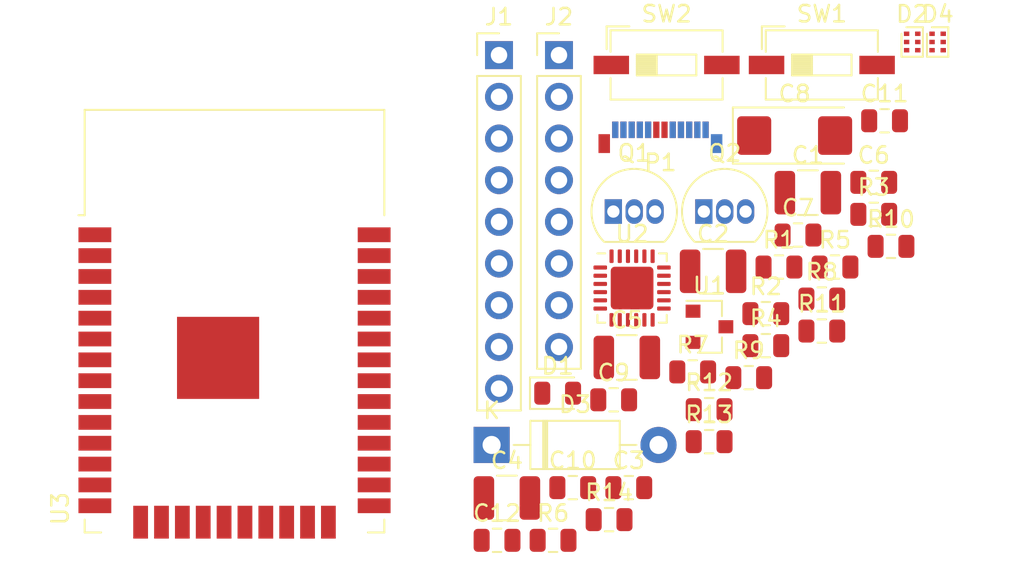
<source format=kicad_pcb>
(kicad_pcb (version 20171130) (host pcbnew 5.0.2+dfsg1-1)

  (general
    (thickness 1.6)
    (drawings 0)
    (tracks 0)
    (zones 0)
    (modules 40)
    (nets 75)
  )

  (page A4)
  (layers
    (0 F.Cu signal)
    (31 B.Cu signal)
    (32 B.Adhes user)
    (33 F.Adhes user)
    (34 B.Paste user)
    (35 F.Paste user)
    (36 B.SilkS user)
    (37 F.SilkS user)
    (38 B.Mask user)
    (39 F.Mask user)
    (40 Dwgs.User user)
    (41 Cmts.User user)
    (42 Eco1.User user)
    (43 Eco2.User user)
    (44 Edge.Cuts user)
    (45 Margin user)
    (46 B.CrtYd user)
    (47 F.CrtYd user)
    (48 B.Fab user)
    (49 F.Fab user)
  )

  (setup
    (last_trace_width 0.25)
    (trace_clearance 0.2)
    (zone_clearance 0.508)
    (zone_45_only no)
    (trace_min 0.2)
    (segment_width 0.2)
    (edge_width 0.15)
    (via_size 0.8)
    (via_drill 0.4)
    (via_min_size 0.4)
    (via_min_drill 0.3)
    (uvia_size 0.3)
    (uvia_drill 0.1)
    (uvias_allowed no)
    (uvia_min_size 0.2)
    (uvia_min_drill 0.1)
    (pcb_text_width 0.3)
    (pcb_text_size 1.5 1.5)
    (mod_edge_width 0.15)
    (mod_text_size 1 1)
    (mod_text_width 0.15)
    (pad_size 1.524 1.524)
    (pad_drill 0.762)
    (pad_to_mask_clearance 0.051)
    (solder_mask_min_width 0.25)
    (aux_axis_origin 0 0)
    (visible_elements FFFFFF7F)
    (pcbplotparams
      (layerselection 0x010fc_ffffffff)
      (usegerberextensions false)
      (usegerberattributes false)
      (usegerberadvancedattributes false)
      (creategerberjobfile false)
      (excludeedgelayer true)
      (linewidth 0.100000)
      (plotframeref false)
      (viasonmask false)
      (mode 1)
      (useauxorigin false)
      (hpglpennumber 1)
      (hpglpenspeed 20)
      (hpglpendiameter 15.000000)
      (psnegative false)
      (psa4output false)
      (plotreference true)
      (plotvalue true)
      (plotinvisibletext false)
      (padsonsilk false)
      (subtractmaskfromsilk false)
      (outputformat 1)
      (mirror false)
      (drillshape 1)
      (scaleselection 1)
      (outputdirectory ""))
  )

  (net 0 "")
  (net 1 VDD_REGIN)
  (net 2 GND)
  (net 3 VDD_ESP)
  (net 4 "Net-(C10-Pad1)")
  (net 5 "Net-(C11-Pad1)")
  (net 6 "Net-(C12-Pad1)")
  (net 7 "Net-(D1-Pad2)")
  (net 8 USB_DN)
  (net 9 "Net-(D3-Pad2)")
  (net 10 USB_DP)
  (net 11 SPI_MISO)
  (net 12 SPI_SCK)
  (net 13 SPI_MOSI)
  (net 14 LCD_DC)
  (net 15 LCD_RST)
  (net 16 LCD_SS)
  (net 17 RFID_SS)
  (net 18 RFID_RQ)
  (net 19 RFID_RST)
  (net 20 "Net-(P1-PadA5)")
  (net 21 "Net-(P1-PadB5)")
  (net 22 RTS)
  (net 23 EN)
  (net 24 "Net-(Q1-Pad2)")
  (net 25 "Net-(Q2-Pad2)")
  (net 26 IO0)
  (net 27 DTR)
  (net 28 TXD0)
  (net 29 RXD)
  (net 30 TXD)
  (net 31 RXD0)
  (net 32 IO13)
  (net 33 CTS)
  (net 34 IO15)
  (net 35 "Net-(R10-Pad2)")
  (net 36 "Net-(R11-Pad2)")
  (net 37 "Net-(U2-Pad1)")
  (net 38 "Net-(U2-Pad5)")
  (net 39 "Net-(U2-Pad9)")
  (net 40 "Net-(U2-Pad10)")
  (net 41 "Net-(U2-Pad11)")
  (net 42 "Net-(U2-Pad12)")
  (net 43 "Net-(U2-Pad13)")
  (net 44 "Net-(U2-Pad14)")
  (net 45 "Net-(U2-Pad15)")
  (net 46 "Net-(U2-Pad16)")
  (net 47 "Net-(U2-Pad17)")
  (net 48 "Net-(U2-Pad22)")
  (net 49 "Net-(U2-Pad24)")
  (net 50 "Net-(U3-Pad1)")
  (net 51 "Net-(U3-Pad4)")
  (net 52 "Net-(U3-Pad5)")
  (net 53 "Net-(U3-Pad6)")
  (net 54 "Net-(U3-Pad7)")
  (net 55 "Net-(U3-Pad8)")
  (net 56 "Net-(U3-Pad9)")
  (net 57 "Net-(U3-Pad10)")
  (net 58 "Net-(U3-Pad11)")
  (net 59 "Net-(U3-Pad12)")
  (net 60 "Net-(U3-Pad13)")
  (net 61 "Net-(U3-Pad14)")
  (net 62 "Net-(U3-Pad17)")
  (net 63 "Net-(U3-Pad18)")
  (net 64 "Net-(U3-Pad19)")
  (net 65 "Net-(U3-Pad20)")
  (net 66 "Net-(U3-Pad21)")
  (net 67 "Net-(U3-Pad22)")
  (net 68 "Net-(U3-Pad27)")
  (net 69 "Net-(U3-Pad28)")
  (net 70 "Net-(U3-Pad32)")
  (net 71 "Net-(U3-Pad33)")
  (net 72 "Net-(U3-Pad34)")
  (net 73 "Net-(U3-Pad35)")
  (net 74 "Net-(U3-Pad36)")

  (net_class Default "This is the default net class."
    (clearance 0.2)
    (trace_width 0.25)
    (via_dia 0.8)
    (via_drill 0.4)
    (uvia_dia 0.3)
    (uvia_drill 0.1)
    (add_net CTS)
    (add_net DTR)
    (add_net EN)
    (add_net GND)
    (add_net IO0)
    (add_net IO13)
    (add_net IO15)
    (add_net LCD_DC)
    (add_net LCD_RST)
    (add_net LCD_SS)
    (add_net "Net-(C10-Pad1)")
    (add_net "Net-(C11-Pad1)")
    (add_net "Net-(C12-Pad1)")
    (add_net "Net-(D1-Pad2)")
    (add_net "Net-(D3-Pad2)")
    (add_net "Net-(P1-PadA5)")
    (add_net "Net-(P1-PadB5)")
    (add_net "Net-(Q1-Pad2)")
    (add_net "Net-(Q2-Pad2)")
    (add_net "Net-(R10-Pad2)")
    (add_net "Net-(R11-Pad2)")
    (add_net "Net-(U2-Pad1)")
    (add_net "Net-(U2-Pad10)")
    (add_net "Net-(U2-Pad11)")
    (add_net "Net-(U2-Pad12)")
    (add_net "Net-(U2-Pad13)")
    (add_net "Net-(U2-Pad14)")
    (add_net "Net-(U2-Pad15)")
    (add_net "Net-(U2-Pad16)")
    (add_net "Net-(U2-Pad17)")
    (add_net "Net-(U2-Pad22)")
    (add_net "Net-(U2-Pad24)")
    (add_net "Net-(U2-Pad5)")
    (add_net "Net-(U2-Pad9)")
    (add_net "Net-(U3-Pad1)")
    (add_net "Net-(U3-Pad10)")
    (add_net "Net-(U3-Pad11)")
    (add_net "Net-(U3-Pad12)")
    (add_net "Net-(U3-Pad13)")
    (add_net "Net-(U3-Pad14)")
    (add_net "Net-(U3-Pad17)")
    (add_net "Net-(U3-Pad18)")
    (add_net "Net-(U3-Pad19)")
    (add_net "Net-(U3-Pad20)")
    (add_net "Net-(U3-Pad21)")
    (add_net "Net-(U3-Pad22)")
    (add_net "Net-(U3-Pad27)")
    (add_net "Net-(U3-Pad28)")
    (add_net "Net-(U3-Pad32)")
    (add_net "Net-(U3-Pad33)")
    (add_net "Net-(U3-Pad34)")
    (add_net "Net-(U3-Pad35)")
    (add_net "Net-(U3-Pad36)")
    (add_net "Net-(U3-Pad4)")
    (add_net "Net-(U3-Pad5)")
    (add_net "Net-(U3-Pad6)")
    (add_net "Net-(U3-Pad7)")
    (add_net "Net-(U3-Pad8)")
    (add_net "Net-(U3-Pad9)")
    (add_net RFID_RQ)
    (add_net RFID_RST)
    (add_net RFID_SS)
    (add_net RTS)
    (add_net RXD)
    (add_net RXD0)
    (add_net SPI_MISO)
    (add_net SPI_MOSI)
    (add_net SPI_SCK)
    (add_net TXD)
    (add_net TXD0)
    (add_net USB_DN)
    (add_net USB_DP)
    (add_net VDD_ESP)
    (add_net VDD_REGIN)
  )

  (module Capacitor_SMD:C_1210_3225Metric (layer F.Cu) (tedit 5B301BBE) (tstamp 602F250E)
    (at 65.367501 130.728001)
    (descr "Capacitor SMD 1210 (3225 Metric), square (rectangular) end terminal, IPC_7351 nominal, (Body size source: http://www.tortai-tech.com/upload/download/2011102023233369053.pdf), generated with kicad-footprint-generator")
    (tags capacitor)
    (path /601EAF6E)
    (attr smd)
    (fp_text reference C1 (at 0 -2.28) (layer F.SilkS)
      (effects (font (size 1 1) (thickness 0.15)))
    )
    (fp_text value 10uf/25v (at 0 2.28) (layer F.Fab)
      (effects (font (size 1 1) (thickness 0.15)))
    )
    (fp_line (start -1.6 1.25) (end -1.6 -1.25) (layer F.Fab) (width 0.1))
    (fp_line (start -1.6 -1.25) (end 1.6 -1.25) (layer F.Fab) (width 0.1))
    (fp_line (start 1.6 -1.25) (end 1.6 1.25) (layer F.Fab) (width 0.1))
    (fp_line (start 1.6 1.25) (end -1.6 1.25) (layer F.Fab) (width 0.1))
    (fp_line (start -0.602064 -1.36) (end 0.602064 -1.36) (layer F.SilkS) (width 0.12))
    (fp_line (start -0.602064 1.36) (end 0.602064 1.36) (layer F.SilkS) (width 0.12))
    (fp_line (start -2.28 1.58) (end -2.28 -1.58) (layer F.CrtYd) (width 0.05))
    (fp_line (start -2.28 -1.58) (end 2.28 -1.58) (layer F.CrtYd) (width 0.05))
    (fp_line (start 2.28 -1.58) (end 2.28 1.58) (layer F.CrtYd) (width 0.05))
    (fp_line (start 2.28 1.58) (end -2.28 1.58) (layer F.CrtYd) (width 0.05))
    (fp_text user %R (at 0 0) (layer F.Fab)
      (effects (font (size 0.8 0.8) (thickness 0.12)))
    )
    (pad 1 smd roundrect (at -1.4 0) (size 1.25 2.65) (layers F.Cu F.Paste F.Mask) (roundrect_rratio 0.2)
      (net 1 VDD_REGIN))
    (pad 2 smd roundrect (at 1.4 0) (size 1.25 2.65) (layers F.Cu F.Paste F.Mask) (roundrect_rratio 0.2)
      (net 2 GND))
    (model ${KISYS3DMOD}/Capacitor_SMD.3dshapes/C_1210_3225Metric.wrl
      (at (xyz 0 0 0))
      (scale (xyz 1 1 1))
      (rotate (xyz 0 0 0))
    )
  )

  (module Capacitor_SMD:C_1210_3225Metric (layer F.Cu) (tedit 5B301BBE) (tstamp 602F251F)
    (at 59.597501 135.518001)
    (descr "Capacitor SMD 1210 (3225 Metric), square (rectangular) end terminal, IPC_7351 nominal, (Body size source: http://www.tortai-tech.com/upload/download/2011102023233369053.pdf), generated with kicad-footprint-generator")
    (tags capacitor)
    (path /601FDCC4)
    (attr smd)
    (fp_text reference C2 (at 0 -2.28) (layer F.SilkS)
      (effects (font (size 1 1) (thickness 0.15)))
    )
    (fp_text value 10uf/25v (at 0 2.28) (layer F.Fab)
      (effects (font (size 1 1) (thickness 0.15)))
    )
    (fp_text user %R (at 0 0) (layer F.Fab)
      (effects (font (size 0.8 0.8) (thickness 0.12)))
    )
    (fp_line (start 2.28 1.58) (end -2.28 1.58) (layer F.CrtYd) (width 0.05))
    (fp_line (start 2.28 -1.58) (end 2.28 1.58) (layer F.CrtYd) (width 0.05))
    (fp_line (start -2.28 -1.58) (end 2.28 -1.58) (layer F.CrtYd) (width 0.05))
    (fp_line (start -2.28 1.58) (end -2.28 -1.58) (layer F.CrtYd) (width 0.05))
    (fp_line (start -0.602064 1.36) (end 0.602064 1.36) (layer F.SilkS) (width 0.12))
    (fp_line (start -0.602064 -1.36) (end 0.602064 -1.36) (layer F.SilkS) (width 0.12))
    (fp_line (start 1.6 1.25) (end -1.6 1.25) (layer F.Fab) (width 0.1))
    (fp_line (start 1.6 -1.25) (end 1.6 1.25) (layer F.Fab) (width 0.1))
    (fp_line (start -1.6 -1.25) (end 1.6 -1.25) (layer F.Fab) (width 0.1))
    (fp_line (start -1.6 1.25) (end -1.6 -1.25) (layer F.Fab) (width 0.1))
    (pad 2 smd roundrect (at 1.4 0) (size 1.25 2.65) (layers F.Cu F.Paste F.Mask) (roundrect_rratio 0.2)
      (net 2 GND))
    (pad 1 smd roundrect (at -1.4 0) (size 1.25 2.65) (layers F.Cu F.Paste F.Mask) (roundrect_rratio 0.2)
      (net 1 VDD_REGIN))
    (model ${KISYS3DMOD}/Capacitor_SMD.3dshapes/C_1210_3225Metric.wrl
      (at (xyz 0 0 0))
      (scale (xyz 1 1 1))
      (rotate (xyz 0 0 0))
    )
  )

  (module Capacitor_SMD:C_0805_2012Metric (layer F.Cu) (tedit 5B36C52B) (tstamp 602F2530)
    (at 54.467501 148.698001)
    (descr "Capacitor SMD 0805 (2012 Metric), square (rectangular) end terminal, IPC_7351 nominal, (Body size source: https://docs.google.com/spreadsheets/d/1BsfQQcO9C6DZCsRaXUlFlo91Tg2WpOkGARC1WS5S8t0/edit?usp=sharing), generated with kicad-footprint-generator")
    (tags capacitor)
    (path /601FDCBD)
    (attr smd)
    (fp_text reference C3 (at 0 -1.65) (layer F.SilkS)
      (effects (font (size 1 1) (thickness 0.15)))
    )
    (fp_text value 0.1uf/25v (at 0 1.65) (layer F.Fab)
      (effects (font (size 1 1) (thickness 0.15)))
    )
    (fp_line (start -1 0.6) (end -1 -0.6) (layer F.Fab) (width 0.1))
    (fp_line (start -1 -0.6) (end 1 -0.6) (layer F.Fab) (width 0.1))
    (fp_line (start 1 -0.6) (end 1 0.6) (layer F.Fab) (width 0.1))
    (fp_line (start 1 0.6) (end -1 0.6) (layer F.Fab) (width 0.1))
    (fp_line (start -0.258578 -0.71) (end 0.258578 -0.71) (layer F.SilkS) (width 0.12))
    (fp_line (start -0.258578 0.71) (end 0.258578 0.71) (layer F.SilkS) (width 0.12))
    (fp_line (start -1.68 0.95) (end -1.68 -0.95) (layer F.CrtYd) (width 0.05))
    (fp_line (start -1.68 -0.95) (end 1.68 -0.95) (layer F.CrtYd) (width 0.05))
    (fp_line (start 1.68 -0.95) (end 1.68 0.95) (layer F.CrtYd) (width 0.05))
    (fp_line (start 1.68 0.95) (end -1.68 0.95) (layer F.CrtYd) (width 0.05))
    (fp_text user %R (at 0 0) (layer F.Fab)
      (effects (font (size 0.5 0.5) (thickness 0.08)))
    )
    (pad 1 smd roundrect (at -0.9375 0) (size 0.975 1.4) (layers F.Cu F.Paste F.Mask) (roundrect_rratio 0.25)
      (net 1 VDD_REGIN))
    (pad 2 smd roundrect (at 0.9375 0) (size 0.975 1.4) (layers F.Cu F.Paste F.Mask) (roundrect_rratio 0.25)
      (net 2 GND))
    (model ${KISYS3DMOD}/Capacitor_SMD.3dshapes/C_0805_2012Metric.wrl
      (at (xyz 0 0 0))
      (scale (xyz 1 1 1))
      (rotate (xyz 0 0 0))
    )
  )

  (module Capacitor_SMD:C_1210_3225Metric (layer F.Cu) (tedit 5B301BBE) (tstamp 602F2541)
    (at 47.047501 149.328001)
    (descr "Capacitor SMD 1210 (3225 Metric), square (rectangular) end terminal, IPC_7351 nominal, (Body size source: http://www.tortai-tech.com/upload/download/2011102023233369053.pdf), generated with kicad-footprint-generator")
    (tags capacitor)
    (path /601EAFE8)
    (attr smd)
    (fp_text reference C4 (at 0 -2.28) (layer F.SilkS)
      (effects (font (size 1 1) (thickness 0.15)))
    )
    (fp_text value 10uf/25v (at 0 2.28) (layer F.Fab)
      (effects (font (size 1 1) (thickness 0.15)))
    )
    (fp_line (start -1.6 1.25) (end -1.6 -1.25) (layer F.Fab) (width 0.1))
    (fp_line (start -1.6 -1.25) (end 1.6 -1.25) (layer F.Fab) (width 0.1))
    (fp_line (start 1.6 -1.25) (end 1.6 1.25) (layer F.Fab) (width 0.1))
    (fp_line (start 1.6 1.25) (end -1.6 1.25) (layer F.Fab) (width 0.1))
    (fp_line (start -0.602064 -1.36) (end 0.602064 -1.36) (layer F.SilkS) (width 0.12))
    (fp_line (start -0.602064 1.36) (end 0.602064 1.36) (layer F.SilkS) (width 0.12))
    (fp_line (start -2.28 1.58) (end -2.28 -1.58) (layer F.CrtYd) (width 0.05))
    (fp_line (start -2.28 -1.58) (end 2.28 -1.58) (layer F.CrtYd) (width 0.05))
    (fp_line (start 2.28 -1.58) (end 2.28 1.58) (layer F.CrtYd) (width 0.05))
    (fp_line (start 2.28 1.58) (end -2.28 1.58) (layer F.CrtYd) (width 0.05))
    (fp_text user %R (at 0 0) (layer F.Fab)
      (effects (font (size 0.8 0.8) (thickness 0.12)))
    )
    (pad 1 smd roundrect (at -1.4 0) (size 1.25 2.65) (layers F.Cu F.Paste F.Mask) (roundrect_rratio 0.2)
      (net 2 GND))
    (pad 2 smd roundrect (at 1.4 0) (size 1.25 2.65) (layers F.Cu F.Paste F.Mask) (roundrect_rratio 0.2)
      (net 2 GND))
    (model ${KISYS3DMOD}/Capacitor_SMD.3dshapes/C_1210_3225Metric.wrl
      (at (xyz 0 0 0))
      (scale (xyz 1 1 1))
      (rotate (xyz 0 0 0))
    )
  )

  (module Capacitor_SMD:C_1210_3225Metric (layer F.Cu) (tedit 5B301BBE) (tstamp 602F2552)
    (at 54.347501 140.768001)
    (descr "Capacitor SMD 1210 (3225 Metric), square (rectangular) end terminal, IPC_7351 nominal, (Body size source: http://www.tortai-tech.com/upload/download/2011102023233369053.pdf), generated with kicad-footprint-generator")
    (tags capacitor)
    (path /601F034D)
    (attr smd)
    (fp_text reference C5 (at 0 -2.28) (layer F.SilkS)
      (effects (font (size 1 1) (thickness 0.15)))
    )
    (fp_text value 10uf/25v (at 0 2.28) (layer F.Fab)
      (effects (font (size 1 1) (thickness 0.15)))
    )
    (fp_text user %R (at 0 0) (layer F.Fab)
      (effects (font (size 0.8 0.8) (thickness 0.12)))
    )
    (fp_line (start 2.28 1.58) (end -2.28 1.58) (layer F.CrtYd) (width 0.05))
    (fp_line (start 2.28 -1.58) (end 2.28 1.58) (layer F.CrtYd) (width 0.05))
    (fp_line (start -2.28 -1.58) (end 2.28 -1.58) (layer F.CrtYd) (width 0.05))
    (fp_line (start -2.28 1.58) (end -2.28 -1.58) (layer F.CrtYd) (width 0.05))
    (fp_line (start -0.602064 1.36) (end 0.602064 1.36) (layer F.SilkS) (width 0.12))
    (fp_line (start -0.602064 -1.36) (end 0.602064 -1.36) (layer F.SilkS) (width 0.12))
    (fp_line (start 1.6 1.25) (end -1.6 1.25) (layer F.Fab) (width 0.1))
    (fp_line (start 1.6 -1.25) (end 1.6 1.25) (layer F.Fab) (width 0.1))
    (fp_line (start -1.6 -1.25) (end 1.6 -1.25) (layer F.Fab) (width 0.1))
    (fp_line (start -1.6 1.25) (end -1.6 -1.25) (layer F.Fab) (width 0.1))
    (pad 2 smd roundrect (at 1.4 0) (size 1.25 2.65) (layers F.Cu F.Paste F.Mask) (roundrect_rratio 0.2)
      (net 2 GND))
    (pad 1 smd roundrect (at -1.4 0) (size 1.25 2.65) (layers F.Cu F.Paste F.Mask) (roundrect_rratio 0.2)
      (net 1 VDD_REGIN))
    (model ${KISYS3DMOD}/Capacitor_SMD.3dshapes/C_1210_3225Metric.wrl
      (at (xyz 0 0 0))
      (scale (xyz 1 1 1))
      (rotate (xyz 0 0 0))
    )
  )

  (module Capacitor_SMD:C_0805_2012Metric (layer F.Cu) (tedit 5B36C52B) (tstamp 602F2563)
    (at 69.377501 130.098001)
    (descr "Capacitor SMD 0805 (2012 Metric), square (rectangular) end terminal, IPC_7351 nominal, (Body size source: https://docs.google.com/spreadsheets/d/1BsfQQcO9C6DZCsRaXUlFlo91Tg2WpOkGARC1WS5S8t0/edit?usp=sharing), generated with kicad-footprint-generator")
    (tags capacitor)
    (path /601F02CB)
    (attr smd)
    (fp_text reference C6 (at 0 -1.65) (layer F.SilkS)
      (effects (font (size 1 1) (thickness 0.15)))
    )
    (fp_text value 0.1uf/25v (at 0 1.65) (layer F.Fab)
      (effects (font (size 1 1) (thickness 0.15)))
    )
    (fp_text user %R (at 0 0) (layer F.Fab)
      (effects (font (size 0.5 0.5) (thickness 0.08)))
    )
    (fp_line (start 1.68 0.95) (end -1.68 0.95) (layer F.CrtYd) (width 0.05))
    (fp_line (start 1.68 -0.95) (end 1.68 0.95) (layer F.CrtYd) (width 0.05))
    (fp_line (start -1.68 -0.95) (end 1.68 -0.95) (layer F.CrtYd) (width 0.05))
    (fp_line (start -1.68 0.95) (end -1.68 -0.95) (layer F.CrtYd) (width 0.05))
    (fp_line (start -0.258578 0.71) (end 0.258578 0.71) (layer F.SilkS) (width 0.12))
    (fp_line (start -0.258578 -0.71) (end 0.258578 -0.71) (layer F.SilkS) (width 0.12))
    (fp_line (start 1 0.6) (end -1 0.6) (layer F.Fab) (width 0.1))
    (fp_line (start 1 -0.6) (end 1 0.6) (layer F.Fab) (width 0.1))
    (fp_line (start -1 -0.6) (end 1 -0.6) (layer F.Fab) (width 0.1))
    (fp_line (start -1 0.6) (end -1 -0.6) (layer F.Fab) (width 0.1))
    (pad 2 smd roundrect (at 0.9375 0) (size 0.975 1.4) (layers F.Cu F.Paste F.Mask) (roundrect_rratio 0.25)
      (net 2 GND))
    (pad 1 smd roundrect (at -0.9375 0) (size 0.975 1.4) (layers F.Cu F.Paste F.Mask) (roundrect_rratio 0.25)
      (net 1 VDD_REGIN))
    (model ${KISYS3DMOD}/Capacitor_SMD.3dshapes/C_0805_2012Metric.wrl
      (at (xyz 0 0 0))
      (scale (xyz 1 1 1))
      (rotate (xyz 0 0 0))
    )
  )

  (module Capacitor_SMD:C_0805_2012Metric (layer F.Cu) (tedit 5B36C52B) (tstamp 602F2574)
    (at 64.767501 133.308001)
    (descr "Capacitor SMD 0805 (2012 Metric), square (rectangular) end terminal, IPC_7351 nominal, (Body size source: https://docs.google.com/spreadsheets/d/1BsfQQcO9C6DZCsRaXUlFlo91Tg2WpOkGARC1WS5S8t0/edit?usp=sharing), generated with kicad-footprint-generator")
    (tags capacitor)
    (path /601EB040)
    (attr smd)
    (fp_text reference C7 (at 0 -1.65) (layer F.SilkS)
      (effects (font (size 1 1) (thickness 0.15)))
    )
    (fp_text value 22uf/25v (at 0 1.65) (layer F.Fab)
      (effects (font (size 1 1) (thickness 0.15)))
    )
    (fp_text user %R (at 0 0) (layer F.Fab)
      (effects (font (size 0.5 0.5) (thickness 0.08)))
    )
    (fp_line (start 1.68 0.95) (end -1.68 0.95) (layer F.CrtYd) (width 0.05))
    (fp_line (start 1.68 -0.95) (end 1.68 0.95) (layer F.CrtYd) (width 0.05))
    (fp_line (start -1.68 -0.95) (end 1.68 -0.95) (layer F.CrtYd) (width 0.05))
    (fp_line (start -1.68 0.95) (end -1.68 -0.95) (layer F.CrtYd) (width 0.05))
    (fp_line (start -0.258578 0.71) (end 0.258578 0.71) (layer F.SilkS) (width 0.12))
    (fp_line (start -0.258578 -0.71) (end 0.258578 -0.71) (layer F.SilkS) (width 0.12))
    (fp_line (start 1 0.6) (end -1 0.6) (layer F.Fab) (width 0.1))
    (fp_line (start 1 -0.6) (end 1 0.6) (layer F.Fab) (width 0.1))
    (fp_line (start -1 -0.6) (end 1 -0.6) (layer F.Fab) (width 0.1))
    (fp_line (start -1 0.6) (end -1 -0.6) (layer F.Fab) (width 0.1))
    (pad 2 smd roundrect (at 0.9375 0) (size 0.975 1.4) (layers F.Cu F.Paste F.Mask) (roundrect_rratio 0.25)
      (net 2 GND))
    (pad 1 smd roundrect (at -0.9375 0) (size 0.975 1.4) (layers F.Cu F.Paste F.Mask) (roundrect_rratio 0.25)
      (net 3 VDD_ESP))
    (model ${KISYS3DMOD}/Capacitor_SMD.3dshapes/C_0805_2012Metric.wrl
      (at (xyz 0 0 0))
      (scale (xyz 1 1 1))
      (rotate (xyz 0 0 0))
    )
  )

  (module Capacitor_Tantalum_SMD:CP_EIA-6032-15_Kemet-U (layer F.Cu) (tedit 5B301BBE) (tstamp 602F2587)
    (at 64.562501 127.248001)
    (descr "Tantalum Capacitor SMD Kemet-U (6032-15 Metric), IPC_7351 nominal, (Body size from: http://www.kemet.com/Lists/ProductCatalog/Attachments/253/KEM_TC101_STD.pdf), generated with kicad-footprint-generator")
    (tags "capacitor tantalum")
    (path /6022853D)
    (attr smd)
    (fp_text reference C8 (at 0 -2.55) (layer F.SilkS)
      (effects (font (size 1 1) (thickness 0.15)))
    )
    (fp_text value 100uf/6.3V (at 0 2.55) (layer F.Fab)
      (effects (font (size 1 1) (thickness 0.15)))
    )
    (fp_line (start 3 -1.6) (end -2.2 -1.6) (layer F.Fab) (width 0.1))
    (fp_line (start -2.2 -1.6) (end -3 -0.8) (layer F.Fab) (width 0.1))
    (fp_line (start -3 -0.8) (end -3 1.6) (layer F.Fab) (width 0.1))
    (fp_line (start -3 1.6) (end 3 1.6) (layer F.Fab) (width 0.1))
    (fp_line (start 3 1.6) (end 3 -1.6) (layer F.Fab) (width 0.1))
    (fp_line (start 3 -1.71) (end -3.76 -1.71) (layer F.SilkS) (width 0.12))
    (fp_line (start -3.76 -1.71) (end -3.76 1.71) (layer F.SilkS) (width 0.12))
    (fp_line (start -3.76 1.71) (end 3 1.71) (layer F.SilkS) (width 0.12))
    (fp_line (start -3.75 1.85) (end -3.75 -1.85) (layer F.CrtYd) (width 0.05))
    (fp_line (start -3.75 -1.85) (end 3.75 -1.85) (layer F.CrtYd) (width 0.05))
    (fp_line (start 3.75 -1.85) (end 3.75 1.85) (layer F.CrtYd) (width 0.05))
    (fp_line (start 3.75 1.85) (end -3.75 1.85) (layer F.CrtYd) (width 0.05))
    (fp_text user %R (at 0 0) (layer F.Fab)
      (effects (font (size 1 1) (thickness 0.15)))
    )
    (pad 1 smd roundrect (at -2.4625 0) (size 2.075 2.35) (layers F.Cu F.Paste F.Mask) (roundrect_rratio 0.120482)
      (net 3 VDD_ESP))
    (pad 2 smd roundrect (at 2.4625 0) (size 2.075 2.35) (layers F.Cu F.Paste F.Mask) (roundrect_rratio 0.120482)
      (net 2 GND))
    (model ${KISYS3DMOD}/Capacitor_Tantalum_SMD.3dshapes/CP_EIA-6032-15_Kemet-U.wrl
      (at (xyz 0 0 0))
      (scale (xyz 1 1 1))
      (rotate (xyz 0 0 0))
    )
  )

  (module Capacitor_SMD:C_0805_2012Metric (layer F.Cu) (tedit 5B36C52B) (tstamp 602F2598)
    (at 53.547501 143.348001)
    (descr "Capacitor SMD 0805 (2012 Metric), square (rectangular) end terminal, IPC_7351 nominal, (Body size source: https://docs.google.com/spreadsheets/d/1BsfQQcO9C6DZCsRaXUlFlo91Tg2WpOkGARC1WS5S8t0/edit?usp=sharing), generated with kicad-footprint-generator")
    (tags capacitor)
    (path /60228536)
    (attr smd)
    (fp_text reference C9 (at 0 -1.65) (layer F.SilkS)
      (effects (font (size 1 1) (thickness 0.15)))
    )
    (fp_text value 1uf/10V (at 0 1.65) (layer F.Fab)
      (effects (font (size 1 1) (thickness 0.15)))
    )
    (fp_line (start -1 0.6) (end -1 -0.6) (layer F.Fab) (width 0.1))
    (fp_line (start -1 -0.6) (end 1 -0.6) (layer F.Fab) (width 0.1))
    (fp_line (start 1 -0.6) (end 1 0.6) (layer F.Fab) (width 0.1))
    (fp_line (start 1 0.6) (end -1 0.6) (layer F.Fab) (width 0.1))
    (fp_line (start -0.258578 -0.71) (end 0.258578 -0.71) (layer F.SilkS) (width 0.12))
    (fp_line (start -0.258578 0.71) (end 0.258578 0.71) (layer F.SilkS) (width 0.12))
    (fp_line (start -1.68 0.95) (end -1.68 -0.95) (layer F.CrtYd) (width 0.05))
    (fp_line (start -1.68 -0.95) (end 1.68 -0.95) (layer F.CrtYd) (width 0.05))
    (fp_line (start 1.68 -0.95) (end 1.68 0.95) (layer F.CrtYd) (width 0.05))
    (fp_line (start 1.68 0.95) (end -1.68 0.95) (layer F.CrtYd) (width 0.05))
    (fp_text user %R (at 0 0) (layer F.Fab)
      (effects (font (size 0.5 0.5) (thickness 0.08)))
    )
    (pad 1 smd roundrect (at -0.9375 0) (size 0.975 1.4) (layers F.Cu F.Paste F.Mask) (roundrect_rratio 0.25)
      (net 3 VDD_ESP))
    (pad 2 smd roundrect (at 0.9375 0) (size 0.975 1.4) (layers F.Cu F.Paste F.Mask) (roundrect_rratio 0.25)
      (net 2 GND))
    (model ${KISYS3DMOD}/Capacitor_SMD.3dshapes/C_0805_2012Metric.wrl
      (at (xyz 0 0 0))
      (scale (xyz 1 1 1))
      (rotate (xyz 0 0 0))
    )
  )

  (module Capacitor_SMD:C_0805_2012Metric (layer F.Cu) (tedit 5B36C52B) (tstamp 602F25A9)
    (at 51.057501 148.698001)
    (descr "Capacitor SMD 0805 (2012 Metric), square (rectangular) end terminal, IPC_7351 nominal, (Body size source: https://docs.google.com/spreadsheets/d/1BsfQQcO9C6DZCsRaXUlFlo91Tg2WpOkGARC1WS5S8t0/edit?usp=sharing), generated with kicad-footprint-generator")
    (tags capacitor)
    (path /60222A13)
    (attr smd)
    (fp_text reference C10 (at 0 -1.65) (layer F.SilkS)
      (effects (font (size 1 1) (thickness 0.15)))
    )
    (fp_text value 1NF/50V (at 0 1.65) (layer F.Fab)
      (effects (font (size 1 1) (thickness 0.15)))
    )
    (fp_text user %R (at 0 0) (layer F.Fab)
      (effects (font (size 0.5 0.5) (thickness 0.08)))
    )
    (fp_line (start 1.68 0.95) (end -1.68 0.95) (layer F.CrtYd) (width 0.05))
    (fp_line (start 1.68 -0.95) (end 1.68 0.95) (layer F.CrtYd) (width 0.05))
    (fp_line (start -1.68 -0.95) (end 1.68 -0.95) (layer F.CrtYd) (width 0.05))
    (fp_line (start -1.68 0.95) (end -1.68 -0.95) (layer F.CrtYd) (width 0.05))
    (fp_line (start -0.258578 0.71) (end 0.258578 0.71) (layer F.SilkS) (width 0.12))
    (fp_line (start -0.258578 -0.71) (end 0.258578 -0.71) (layer F.SilkS) (width 0.12))
    (fp_line (start 1 0.6) (end -1 0.6) (layer F.Fab) (width 0.1))
    (fp_line (start 1 -0.6) (end 1 0.6) (layer F.Fab) (width 0.1))
    (fp_line (start -1 -0.6) (end 1 -0.6) (layer F.Fab) (width 0.1))
    (fp_line (start -1 0.6) (end -1 -0.6) (layer F.Fab) (width 0.1))
    (pad 2 smd roundrect (at 0.9375 0) (size 0.975 1.4) (layers F.Cu F.Paste F.Mask) (roundrect_rratio 0.25)
      (net 2 GND))
    (pad 1 smd roundrect (at -0.9375 0) (size 0.975 1.4) (layers F.Cu F.Paste F.Mask) (roundrect_rratio 0.25)
      (net 4 "Net-(C10-Pad1)"))
    (model ${KISYS3DMOD}/Capacitor_SMD.3dshapes/C_0805_2012Metric.wrl
      (at (xyz 0 0 0))
      (scale (xyz 1 1 1))
      (rotate (xyz 0 0 0))
    )
  )

  (module Capacitor_SMD:C_0805_2012Metric (layer F.Cu) (tedit 5B36C52B) (tstamp 602F25BA)
    (at 70.037501 126.348001)
    (descr "Capacitor SMD 0805 (2012 Metric), square (rectangular) end terminal, IPC_7351 nominal, (Body size source: https://docs.google.com/spreadsheets/d/1BsfQQcO9C6DZCsRaXUlFlo91Tg2WpOkGARC1WS5S8t0/edit?usp=sharing), generated with kicad-footprint-generator")
    (tags capacitor)
    (path /60246628)
    (attr smd)
    (fp_text reference C11 (at 0 -1.65) (layer F.SilkS)
      (effects (font (size 1 1) (thickness 0.15)))
    )
    (fp_text value 1nf/50V (at 0 1.65) (layer F.Fab)
      (effects (font (size 1 1) (thickness 0.15)))
    )
    (fp_line (start -1 0.6) (end -1 -0.6) (layer F.Fab) (width 0.1))
    (fp_line (start -1 -0.6) (end 1 -0.6) (layer F.Fab) (width 0.1))
    (fp_line (start 1 -0.6) (end 1 0.6) (layer F.Fab) (width 0.1))
    (fp_line (start 1 0.6) (end -1 0.6) (layer F.Fab) (width 0.1))
    (fp_line (start -0.258578 -0.71) (end 0.258578 -0.71) (layer F.SilkS) (width 0.12))
    (fp_line (start -0.258578 0.71) (end 0.258578 0.71) (layer F.SilkS) (width 0.12))
    (fp_line (start -1.68 0.95) (end -1.68 -0.95) (layer F.CrtYd) (width 0.05))
    (fp_line (start -1.68 -0.95) (end 1.68 -0.95) (layer F.CrtYd) (width 0.05))
    (fp_line (start 1.68 -0.95) (end 1.68 0.95) (layer F.CrtYd) (width 0.05))
    (fp_line (start 1.68 0.95) (end -1.68 0.95) (layer F.CrtYd) (width 0.05))
    (fp_text user %R (at 0 0) (layer F.Fab)
      (effects (font (size 0.5 0.5) (thickness 0.08)))
    )
    (pad 1 smd roundrect (at -0.9375 0) (size 0.975 1.4) (layers F.Cu F.Paste F.Mask) (roundrect_rratio 0.25)
      (net 5 "Net-(C11-Pad1)"))
    (pad 2 smd roundrect (at 0.9375 0) (size 0.975 1.4) (layers F.Cu F.Paste F.Mask) (roundrect_rratio 0.25)
      (net 2 GND))
    (model ${KISYS3DMOD}/Capacitor_SMD.3dshapes/C_0805_2012Metric.wrl
      (at (xyz 0 0 0))
      (scale (xyz 1 1 1))
      (rotate (xyz 0 0 0))
    )
  )

  (module Capacitor_SMD:C_0805_2012Metric (layer F.Cu) (tedit 5B36C52B) (tstamp 602F25CB)
    (at 46.447501 151.908001)
    (descr "Capacitor SMD 0805 (2012 Metric), square (rectangular) end terminal, IPC_7351 nominal, (Body size source: https://docs.google.com/spreadsheets/d/1BsfQQcO9C6DZCsRaXUlFlo91Tg2WpOkGARC1WS5S8t0/edit?usp=sharing), generated with kicad-footprint-generator")
    (tags capacitor)
    (path /602353E5)
    (attr smd)
    (fp_text reference C12 (at 0 -1.65) (layer F.SilkS)
      (effects (font (size 1 1) (thickness 0.15)))
    )
    (fp_text value 1nf/50V (at 0 1.65) (layer F.Fab)
      (effects (font (size 1 1) (thickness 0.15)))
    )
    (fp_line (start -1 0.6) (end -1 -0.6) (layer F.Fab) (width 0.1))
    (fp_line (start -1 -0.6) (end 1 -0.6) (layer F.Fab) (width 0.1))
    (fp_line (start 1 -0.6) (end 1 0.6) (layer F.Fab) (width 0.1))
    (fp_line (start 1 0.6) (end -1 0.6) (layer F.Fab) (width 0.1))
    (fp_line (start -0.258578 -0.71) (end 0.258578 -0.71) (layer F.SilkS) (width 0.12))
    (fp_line (start -0.258578 0.71) (end 0.258578 0.71) (layer F.SilkS) (width 0.12))
    (fp_line (start -1.68 0.95) (end -1.68 -0.95) (layer F.CrtYd) (width 0.05))
    (fp_line (start -1.68 -0.95) (end 1.68 -0.95) (layer F.CrtYd) (width 0.05))
    (fp_line (start 1.68 -0.95) (end 1.68 0.95) (layer F.CrtYd) (width 0.05))
    (fp_line (start 1.68 0.95) (end -1.68 0.95) (layer F.CrtYd) (width 0.05))
    (fp_text user %R (at 0 0) (layer F.Fab)
      (effects (font (size 0.5 0.5) (thickness 0.08)))
    )
    (pad 1 smd roundrect (at -0.9375 0) (size 0.975 1.4) (layers F.Cu F.Paste F.Mask) (roundrect_rratio 0.25)
      (net 6 "Net-(C12-Pad1)"))
    (pad 2 smd roundrect (at 0.9375 0) (size 0.975 1.4) (layers F.Cu F.Paste F.Mask) (roundrect_rratio 0.25)
      (net 2 GND))
    (model ${KISYS3DMOD}/Capacitor_SMD.3dshapes/C_0805_2012Metric.wrl
      (at (xyz 0 0 0))
      (scale (xyz 1 1 1))
      (rotate (xyz 0 0 0))
    )
  )

  (module LED_SMD:LED_0805_2012Metric (layer F.Cu) (tedit 5B36C52C) (tstamp 602F25DE)
    (at 50.137501 142.943001)
    (descr "LED SMD 0805 (2012 Metric), square (rectangular) end terminal, IPC_7351 nominal, (Body size source: https://docs.google.com/spreadsheets/d/1BsfQQcO9C6DZCsRaXUlFlo91Tg2WpOkGARC1WS5S8t0/edit?usp=sharing), generated with kicad-footprint-generator")
    (tags diode)
    (path /601EB22E)
    (attr smd)
    (fp_text reference D1 (at 0 -1.65) (layer F.SilkS)
      (effects (font (size 1 1) (thickness 0.15)))
    )
    (fp_text value LED_R (at 0 1.65) (layer F.Fab)
      (effects (font (size 1 1) (thickness 0.15)))
    )
    (fp_line (start 1 -0.6) (end -0.7 -0.6) (layer F.Fab) (width 0.1))
    (fp_line (start -0.7 -0.6) (end -1 -0.3) (layer F.Fab) (width 0.1))
    (fp_line (start -1 -0.3) (end -1 0.6) (layer F.Fab) (width 0.1))
    (fp_line (start -1 0.6) (end 1 0.6) (layer F.Fab) (width 0.1))
    (fp_line (start 1 0.6) (end 1 -0.6) (layer F.Fab) (width 0.1))
    (fp_line (start 1 -0.96) (end -1.685 -0.96) (layer F.SilkS) (width 0.12))
    (fp_line (start -1.685 -0.96) (end -1.685 0.96) (layer F.SilkS) (width 0.12))
    (fp_line (start -1.685 0.96) (end 1 0.96) (layer F.SilkS) (width 0.12))
    (fp_line (start -1.68 0.95) (end -1.68 -0.95) (layer F.CrtYd) (width 0.05))
    (fp_line (start -1.68 -0.95) (end 1.68 -0.95) (layer F.CrtYd) (width 0.05))
    (fp_line (start 1.68 -0.95) (end 1.68 0.95) (layer F.CrtYd) (width 0.05))
    (fp_line (start 1.68 0.95) (end -1.68 0.95) (layer F.CrtYd) (width 0.05))
    (fp_text user %R (at 0 0) (layer F.Fab)
      (effects (font (size 0.5 0.5) (thickness 0.08)))
    )
    (pad 1 smd roundrect (at -0.9375 0) (size 0.975 1.4) (layers F.Cu F.Paste F.Mask) (roundrect_rratio 0.25)
      (net 2 GND))
    (pad 2 smd roundrect (at 0.9375 0) (size 0.975 1.4) (layers F.Cu F.Paste F.Mask) (roundrect_rratio 0.25)
      (net 7 "Net-(D1-Pad2)"))
    (model ${KISYS3DMOD}/LED_SMD.3dshapes/LED_0805_2012Metric.wrl
      (at (xyz 0 0 0))
      (scale (xyz 1 1 1))
      (rotate (xyz 0 0 0))
    )
  )

  (module Package_TO_SOT_SMD:SOT-886 (layer F.Cu) (tedit 5A02FF57) (tstamp 602F25F6)
    (at 71.717501 121.548001)
    (descr SOT-886)
    (tags SOT-886)
    (path /601EDB93)
    (attr smd)
    (fp_text reference D2 (at 0 -1.7 180) (layer F.SilkS)
      (effects (font (size 1 1) (thickness 0.15)))
    )
    (fp_text value PESD5V0L4UF (at 0 1.8 180) (layer F.Fab)
      (effects (font (size 1 1) (thickness 0.15)))
    )
    (fp_line (start 0.75 1) (end -0.75 1) (layer F.CrtYd) (width 0.05))
    (fp_line (start 0.75 1) (end 0.75 -1) (layer F.CrtYd) (width 0.05))
    (fp_line (start -0.75 -1) (end -0.75 1) (layer F.CrtYd) (width 0.05))
    (fp_line (start -0.75 -1) (end 0.75 -1) (layer F.CrtYd) (width 0.05))
    (fp_line (start 0.5 -0.75) (end -0.2 -0.75) (layer F.Fab) (width 0.1))
    (fp_line (start 0.5 0.75) (end 0.5 -0.75) (layer F.Fab) (width 0.1))
    (fp_line (start -0.5 0.75) (end 0.5 0.75) (layer F.Fab) (width 0.1))
    (fp_line (start -0.5 -0.45) (end -0.5 0.75) (layer F.Fab) (width 0.1))
    (fp_line (start 0.65 -0.9) (end -0.35 -0.9) (layer F.SilkS) (width 0.12))
    (fp_line (start 0.65 0.9) (end 0.65 -0.9) (layer F.SilkS) (width 0.12))
    (fp_line (start -0.65 0.9) (end 0.65 0.9) (layer F.SilkS) (width 0.12))
    (fp_line (start -0.65 -0.5) (end -0.65 0.9) (layer F.SilkS) (width 0.12))
    (fp_line (start -0.2 -0.75) (end -0.5 -0.45) (layer F.Fab) (width 0.1))
    (fp_text user %R (at 0 0 90) (layer F.Fab)
      (effects (font (size 0.4 0.4) (thickness 0.0625)))
    )
    (pad 6 smd rect (at 0.34 -0.5) (size 0.33 0.27) (layers F.Cu F.Paste F.Mask))
    (pad 5 smd rect (at 0.34 0) (size 0.33 0.27) (layers F.Cu F.Paste F.Mask)
      (net 8 USB_DN))
    (pad 4 smd rect (at 0.34 0.5) (size 0.33 0.27) (layers F.Cu F.Paste F.Mask))
    (pad 3 smd rect (at -0.34 0.5) (size 0.33 0.27) (layers F.Cu F.Paste F.Mask))
    (pad 2 smd rect (at -0.34 0) (size 0.33 0.27) (layers F.Cu F.Paste F.Mask)
      (net 8 USB_DN))
    (pad 1 smd rect (at -0.34 -0.5) (size 0.33 0.27) (layers F.Cu F.Paste F.Mask)
      (net 2 GND))
    (model ${KISYS3DMOD}/Package_TO_SOT_SMD.3dshapes/SOT-886.wrl
      (at (xyz 0 0 0))
      (scale (xyz 1 1 1))
      (rotate (xyz 0 0 0))
    )
  )

  (module Diode_THT:D_DO-41_SOD81_P10.16mm_Horizontal (layer F.Cu) (tedit 5AE50CD5) (tstamp 602F2615)
    (at 46.117501 146.098001)
    (descr "Diode, DO-41_SOD81 series, Axial, Horizontal, pin pitch=10.16mm, , length*diameter=5.2*2.7mm^2, , http://www.diodes.com/_files/packages/DO-41%20(Plastic).pdf")
    (tags "Diode DO-41_SOD81 series Axial Horizontal pin pitch 10.16mm  length 5.2mm diameter 2.7mm")
    (path /601EC9BA)
    (fp_text reference D3 (at 5.08 -2.47) (layer F.SilkS)
      (effects (font (size 1 1) (thickness 0.15)))
    )
    (fp_text value 1N5819 (at 5.08 2.47) (layer F.Fab)
      (effects (font (size 1 1) (thickness 0.15)))
    )
    (fp_line (start 2.48 -1.35) (end 2.48 1.35) (layer F.Fab) (width 0.1))
    (fp_line (start 2.48 1.35) (end 7.68 1.35) (layer F.Fab) (width 0.1))
    (fp_line (start 7.68 1.35) (end 7.68 -1.35) (layer F.Fab) (width 0.1))
    (fp_line (start 7.68 -1.35) (end 2.48 -1.35) (layer F.Fab) (width 0.1))
    (fp_line (start 0 0) (end 2.48 0) (layer F.Fab) (width 0.1))
    (fp_line (start 10.16 0) (end 7.68 0) (layer F.Fab) (width 0.1))
    (fp_line (start 3.26 -1.35) (end 3.26 1.35) (layer F.Fab) (width 0.1))
    (fp_line (start 3.36 -1.35) (end 3.36 1.35) (layer F.Fab) (width 0.1))
    (fp_line (start 3.16 -1.35) (end 3.16 1.35) (layer F.Fab) (width 0.1))
    (fp_line (start 2.36 -1.47) (end 2.36 1.47) (layer F.SilkS) (width 0.12))
    (fp_line (start 2.36 1.47) (end 7.8 1.47) (layer F.SilkS) (width 0.12))
    (fp_line (start 7.8 1.47) (end 7.8 -1.47) (layer F.SilkS) (width 0.12))
    (fp_line (start 7.8 -1.47) (end 2.36 -1.47) (layer F.SilkS) (width 0.12))
    (fp_line (start 1.34 0) (end 2.36 0) (layer F.SilkS) (width 0.12))
    (fp_line (start 8.82 0) (end 7.8 0) (layer F.SilkS) (width 0.12))
    (fp_line (start 3.26 -1.47) (end 3.26 1.47) (layer F.SilkS) (width 0.12))
    (fp_line (start 3.38 -1.47) (end 3.38 1.47) (layer F.SilkS) (width 0.12))
    (fp_line (start 3.14 -1.47) (end 3.14 1.47) (layer F.SilkS) (width 0.12))
    (fp_line (start -1.35 -1.6) (end -1.35 1.6) (layer F.CrtYd) (width 0.05))
    (fp_line (start -1.35 1.6) (end 11.51 1.6) (layer F.CrtYd) (width 0.05))
    (fp_line (start 11.51 1.6) (end 11.51 -1.6) (layer F.CrtYd) (width 0.05))
    (fp_line (start 11.51 -1.6) (end -1.35 -1.6) (layer F.CrtYd) (width 0.05))
    (fp_text user %R (at 5.47 0) (layer F.Fab)
      (effects (font (size 1 1) (thickness 0.15)))
    )
    (fp_text user K (at 0 -2.1) (layer F.Fab)
      (effects (font (size 1 1) (thickness 0.15)))
    )
    (fp_text user K (at 0 -2.1) (layer F.SilkS)
      (effects (font (size 1 1) (thickness 0.15)))
    )
    (pad 1 thru_hole rect (at 0 0) (size 2.2 2.2) (drill 1.1) (layers *.Cu *.Mask)
      (net 1 VDD_REGIN))
    (pad 2 thru_hole oval (at 10.16 0) (size 2.2 2.2) (drill 1.1) (layers *.Cu *.Mask)
      (net 9 "Net-(D3-Pad2)"))
    (model ${KISYS3DMOD}/Diode_THT.3dshapes/D_DO-41_SOD81_P10.16mm_Horizontal.wrl
      (at (xyz 0 0 0))
      (scale (xyz 1 1 1))
      (rotate (xyz 0 0 0))
    )
  )

  (module Package_TO_SOT_SMD:SOT-886 (layer F.Cu) (tedit 5A02FF57) (tstamp 602F262D)
    (at 73.267501 121.548001)
    (descr SOT-886)
    (tags SOT-886)
    (path /601EDC3A)
    (attr smd)
    (fp_text reference D4 (at 0 -1.7 180) (layer F.SilkS)
      (effects (font (size 1 1) (thickness 0.15)))
    )
    (fp_text value PESD5V0L4UF (at 0 1.8 180) (layer F.Fab)
      (effects (font (size 1 1) (thickness 0.15)))
    )
    (fp_text user %R (at 0 0 90) (layer F.Fab)
      (effects (font (size 0.4 0.4) (thickness 0.0625)))
    )
    (fp_line (start -0.2 -0.75) (end -0.5 -0.45) (layer F.Fab) (width 0.1))
    (fp_line (start -0.65 -0.5) (end -0.65 0.9) (layer F.SilkS) (width 0.12))
    (fp_line (start -0.65 0.9) (end 0.65 0.9) (layer F.SilkS) (width 0.12))
    (fp_line (start 0.65 0.9) (end 0.65 -0.9) (layer F.SilkS) (width 0.12))
    (fp_line (start 0.65 -0.9) (end -0.35 -0.9) (layer F.SilkS) (width 0.12))
    (fp_line (start -0.5 -0.45) (end -0.5 0.75) (layer F.Fab) (width 0.1))
    (fp_line (start -0.5 0.75) (end 0.5 0.75) (layer F.Fab) (width 0.1))
    (fp_line (start 0.5 0.75) (end 0.5 -0.75) (layer F.Fab) (width 0.1))
    (fp_line (start 0.5 -0.75) (end -0.2 -0.75) (layer F.Fab) (width 0.1))
    (fp_line (start -0.75 -1) (end 0.75 -1) (layer F.CrtYd) (width 0.05))
    (fp_line (start -0.75 -1) (end -0.75 1) (layer F.CrtYd) (width 0.05))
    (fp_line (start 0.75 1) (end 0.75 -1) (layer F.CrtYd) (width 0.05))
    (fp_line (start 0.75 1) (end -0.75 1) (layer F.CrtYd) (width 0.05))
    (pad 1 smd rect (at -0.34 -0.5) (size 0.33 0.27) (layers F.Cu F.Paste F.Mask)
      (net 2 GND))
    (pad 2 smd rect (at -0.34 0) (size 0.33 0.27) (layers F.Cu F.Paste F.Mask)
      (net 10 USB_DP))
    (pad 3 smd rect (at -0.34 0.5) (size 0.33 0.27) (layers F.Cu F.Paste F.Mask))
    (pad 4 smd rect (at 0.34 0.5) (size 0.33 0.27) (layers F.Cu F.Paste F.Mask))
    (pad 5 smd rect (at 0.34 0) (size 0.33 0.27) (layers F.Cu F.Paste F.Mask)
      (net 10 USB_DP))
    (pad 6 smd rect (at 0.34 -0.5) (size 0.33 0.27) (layers F.Cu F.Paste F.Mask))
    (model ${KISYS3DMOD}/Package_TO_SOT_SMD.3dshapes/SOT-886.wrl
      (at (xyz 0 0 0))
      (scale (xyz 1 1 1))
      (rotate (xyz 0 0 0))
    )
  )

  (module Connector_PinHeader_2.54mm:PinHeader_1x09_P2.54mm_Vertical (layer F.Cu) (tedit 59FED5CC) (tstamp 602F264A)
    (at 46.567501 122.348001)
    (descr "Through hole straight pin header, 1x09, 2.54mm pitch, single row")
    (tags "Through hole pin header THT 1x09 2.54mm single row")
    (path /6023CDE0)
    (fp_text reference J1 (at 0 -2.33) (layer F.SilkS)
      (effects (font (size 1 1) (thickness 0.15)))
    )
    (fp_text value LCD_PORT (at 0 22.65) (layer F.Fab)
      (effects (font (size 1 1) (thickness 0.15)))
    )
    (fp_line (start -0.635 -1.27) (end 1.27 -1.27) (layer F.Fab) (width 0.1))
    (fp_line (start 1.27 -1.27) (end 1.27 21.59) (layer F.Fab) (width 0.1))
    (fp_line (start 1.27 21.59) (end -1.27 21.59) (layer F.Fab) (width 0.1))
    (fp_line (start -1.27 21.59) (end -1.27 -0.635) (layer F.Fab) (width 0.1))
    (fp_line (start -1.27 -0.635) (end -0.635 -1.27) (layer F.Fab) (width 0.1))
    (fp_line (start -1.33 21.65) (end 1.33 21.65) (layer F.SilkS) (width 0.12))
    (fp_line (start -1.33 1.27) (end -1.33 21.65) (layer F.SilkS) (width 0.12))
    (fp_line (start 1.33 1.27) (end 1.33 21.65) (layer F.SilkS) (width 0.12))
    (fp_line (start -1.33 1.27) (end 1.33 1.27) (layer F.SilkS) (width 0.12))
    (fp_line (start -1.33 0) (end -1.33 -1.33) (layer F.SilkS) (width 0.12))
    (fp_line (start -1.33 -1.33) (end 0 -1.33) (layer F.SilkS) (width 0.12))
    (fp_line (start -1.8 -1.8) (end -1.8 22.1) (layer F.CrtYd) (width 0.05))
    (fp_line (start -1.8 22.1) (end 1.8 22.1) (layer F.CrtYd) (width 0.05))
    (fp_line (start 1.8 22.1) (end 1.8 -1.8) (layer F.CrtYd) (width 0.05))
    (fp_line (start 1.8 -1.8) (end -1.8 -1.8) (layer F.CrtYd) (width 0.05))
    (fp_text user %R (at 0 10.16 90) (layer F.Fab)
      (effects (font (size 1 1) (thickness 0.15)))
    )
    (pad 1 thru_hole rect (at 0 0) (size 1.7 1.7) (drill 1) (layers *.Cu *.Mask)
      (net 11 SPI_MISO))
    (pad 2 thru_hole oval (at 0 2.54) (size 1.7 1.7) (drill 1) (layers *.Cu *.Mask)
      (net 3 VDD_ESP))
    (pad 3 thru_hole oval (at 0 5.08) (size 1.7 1.7) (drill 1) (layers *.Cu *.Mask)
      (net 12 SPI_SCK))
    (pad 4 thru_hole oval (at 0 7.62) (size 1.7 1.7) (drill 1) (layers *.Cu *.Mask)
      (net 13 SPI_MOSI))
    (pad 5 thru_hole oval (at 0 10.16) (size 1.7 1.7) (drill 1) (layers *.Cu *.Mask)
      (net 14 LCD_DC))
    (pad 6 thru_hole oval (at 0 12.7) (size 1.7 1.7) (drill 1) (layers *.Cu *.Mask)
      (net 15 LCD_RST))
    (pad 7 thru_hole oval (at 0 15.24) (size 1.7 1.7) (drill 1) (layers *.Cu *.Mask)
      (net 16 LCD_SS))
    (pad 8 thru_hole oval (at 0 17.78) (size 1.7 1.7) (drill 1) (layers *.Cu *.Mask)
      (net 2 GND))
    (pad 9 thru_hole oval (at 0 20.32) (size 1.7 1.7) (drill 1) (layers *.Cu *.Mask)
      (net 3 VDD_ESP))
    (model ${KISYS3DMOD}/Connector_PinHeader_2.54mm.3dshapes/PinHeader_1x09_P2.54mm_Vertical.wrl
      (at (xyz 0 0 0))
      (scale (xyz 1 1 1))
      (rotate (xyz 0 0 0))
    )
  )

  (module Connector_PinHeader_2.54mm:PinHeader_1x08_P2.54mm_Vertical (layer F.Cu) (tedit 59FED5CC) (tstamp 602F2666)
    (at 50.217501 122.348001)
    (descr "Through hole straight pin header, 1x08, 2.54mm pitch, single row")
    (tags "Through hole pin header THT 1x08 2.54mm single row")
    (path /602110AA)
    (fp_text reference J2 (at 0 -2.33) (layer F.SilkS)
      (effects (font (size 1 1) (thickness 0.15)))
    )
    (fp_text value RFID_PORT (at 0 20.11) (layer F.Fab)
      (effects (font (size 1 1) (thickness 0.15)))
    )
    (fp_line (start -0.635 -1.27) (end 1.27 -1.27) (layer F.Fab) (width 0.1))
    (fp_line (start 1.27 -1.27) (end 1.27 19.05) (layer F.Fab) (width 0.1))
    (fp_line (start 1.27 19.05) (end -1.27 19.05) (layer F.Fab) (width 0.1))
    (fp_line (start -1.27 19.05) (end -1.27 -0.635) (layer F.Fab) (width 0.1))
    (fp_line (start -1.27 -0.635) (end -0.635 -1.27) (layer F.Fab) (width 0.1))
    (fp_line (start -1.33 19.11) (end 1.33 19.11) (layer F.SilkS) (width 0.12))
    (fp_line (start -1.33 1.27) (end -1.33 19.11) (layer F.SilkS) (width 0.12))
    (fp_line (start 1.33 1.27) (end 1.33 19.11) (layer F.SilkS) (width 0.12))
    (fp_line (start -1.33 1.27) (end 1.33 1.27) (layer F.SilkS) (width 0.12))
    (fp_line (start -1.33 0) (end -1.33 -1.33) (layer F.SilkS) (width 0.12))
    (fp_line (start -1.33 -1.33) (end 0 -1.33) (layer F.SilkS) (width 0.12))
    (fp_line (start -1.8 -1.8) (end -1.8 19.55) (layer F.CrtYd) (width 0.05))
    (fp_line (start -1.8 19.55) (end 1.8 19.55) (layer F.CrtYd) (width 0.05))
    (fp_line (start 1.8 19.55) (end 1.8 -1.8) (layer F.CrtYd) (width 0.05))
    (fp_line (start 1.8 -1.8) (end -1.8 -1.8) (layer F.CrtYd) (width 0.05))
    (fp_text user %R (at 0 8.89 90) (layer F.Fab)
      (effects (font (size 1 1) (thickness 0.15)))
    )
    (pad 1 thru_hole rect (at 0 0) (size 1.7 1.7) (drill 1) (layers *.Cu *.Mask)
      (net 17 RFID_SS))
    (pad 2 thru_hole oval (at 0 2.54) (size 1.7 1.7) (drill 1) (layers *.Cu *.Mask)
      (net 12 SPI_SCK))
    (pad 3 thru_hole oval (at 0 5.08) (size 1.7 1.7) (drill 1) (layers *.Cu *.Mask)
      (net 13 SPI_MOSI))
    (pad 4 thru_hole oval (at 0 7.62) (size 1.7 1.7) (drill 1) (layers *.Cu *.Mask)
      (net 11 SPI_MISO))
    (pad 5 thru_hole oval (at 0 10.16) (size 1.7 1.7) (drill 1) (layers *.Cu *.Mask)
      (net 18 RFID_RQ))
    (pad 6 thru_hole oval (at 0 12.7) (size 1.7 1.7) (drill 1) (layers *.Cu *.Mask)
      (net 2 GND))
    (pad 7 thru_hole oval (at 0 15.24) (size 1.7 1.7) (drill 1) (layers *.Cu *.Mask)
      (net 19 RFID_RST))
    (pad 8 thru_hole oval (at 0 17.78) (size 1.7 1.7) (drill 1) (layers *.Cu *.Mask)
      (net 3 VDD_ESP))
    (model ${KISYS3DMOD}/Connector_PinHeader_2.54mm.3dshapes/PinHeader_1x08_P2.54mm_Vertical.wrl
      (at (xyz 0 0 0))
      (scale (xyz 1 1 1))
      (rotate (xyz 0 0 0))
    )
  )

  (module Connector_USB:USB_C_Plug_Molex_105444 (layer F.Cu) (tedit 5A142044) (tstamp 602F2691)
    (at 56.392501 126.858001)
    (descr "Universal Serial Bus (USB) Shielded I/O Plug, Type C, Right Angle, Surface Mount, http://www.molex.com/pdm_docs/sd/1054440001_sd.pdf")
    (tags "USB Type-C Plug Edge Mount")
    (path /601EC55B)
    (attr smd)
    (fp_text reference P1 (at 0 2.04) (layer F.SilkS)
      (effects (font (size 1 1) (thickness 0.15)))
    )
    (fp_text value USB_C_Plug_USB2.0 (at 0 -1.96) (layer F.Fab)
      (effects (font (size 1 1) (thickness 0.15)))
    )
    (fp_text user %R (at 0 2.04) (layer F.Fab)
      (effects (font (size 1 1) (thickness 0.1)))
    )
    (fp_line (start -4.3 1.96) (end -4.3 -1.46) (layer F.CrtYd) (width 0.05))
    (fp_text user "PCB Edge" (at 0 -0.96) (layer Dwgs.User)
      (effects (font (size 0.5 0.5) (thickness 0.08)))
    )
    (fp_line (start 3.35 0) (end 4.3 0) (layer F.Fab) (width 0.1))
    (fp_line (start 3.05 -0.66) (end 3.05 -0.3) (layer F.Fab) (width 0.1))
    (fp_arc (start 2.75 -0.66) (end 2.75 -0.96) (angle 90) (layer F.Fab) (width 0.1))
    (fp_line (start -2.75 -0.96) (end 2.75 -0.96) (layer F.Fab) (width 0.1))
    (fp_arc (start -2.75 -0.66) (end -3.05 -0.66) (angle 90) (layer F.Fab) (width 0.1))
    (fp_arc (start 3.35 -0.3) (end 3.35 0) (angle 90) (layer F.Fab) (width 0.1))
    (fp_line (start -3.05 -0.66) (end -3.05 -0.3) (layer F.Fab) (width 0.1))
    (fp_arc (start -3.35 -0.3) (end -3.05 -0.3) (angle 90) (layer F.Fab) (width 0.1))
    (fp_line (start -3.35 0) (end -4.3 0) (layer F.Fab) (width 0.1))
    (fp_line (start 4.3 1.96) (end 4.3 -1.46) (layer F.CrtYd) (width 0.05))
    (fp_line (start 4.3 -1.46) (end -4.3 -1.46) (layer F.CrtYd) (width 0.05))
    (fp_line (start 4.3 1.96) (end -4.3 1.96) (layer F.CrtYd) (width 0.05))
    (pad A1 smd rect (at -2.75 0.04) (size 0.38 1) (layers F.Cu F.Paste F.Mask)
      (net 2 GND))
    (pad A2 smd rect (at -2.25 0.04) (size 0.38 1) (layers F.Cu F.Paste F.Mask))
    (pad A3 smd rect (at -1.75 0.04) (size 0.38 1) (layers F.Cu F.Paste F.Mask))
    (pad A4 smd rect (at -1.25 0.04) (size 0.38 1) (layers F.Cu F.Paste F.Mask)
      (net 9 "Net-(D3-Pad2)"))
    (pad A5 smd rect (at -0.75 0.04) (size 0.38 1) (layers F.Cu F.Paste F.Mask)
      (net 20 "Net-(P1-PadA5)"))
    (pad A6 smd rect (at -0.25 0.04) (size 0.38 1) (layers F.Cu F.Paste F.Mask)
      (net 10 USB_DP))
    (pad A7 smd rect (at 0.25 0.04) (size 0.38 1) (layers F.Cu F.Paste F.Mask)
      (net 8 USB_DN))
    (pad A8 smd rect (at 0.75 0.04) (size 0.38 1) (layers F.Cu F.Paste F.Mask))
    (pad A9 smd rect (at 1.25 0.04) (size 0.38 1) (layers F.Cu F.Paste F.Mask)
      (net 9 "Net-(D3-Pad2)"))
    (pad A10 smd rect (at 1.75 0.04) (size 0.38 1) (layers F.Cu F.Paste F.Mask))
    (pad A11 smd rect (at 2.25 0.04) (size 0.38 1) (layers F.Cu F.Paste F.Mask))
    (pad A12 smd rect (at 2.75 0.04) (size 0.38 1) (layers F.Cu F.Paste F.Mask)
      (net 2 GND))
    (pad S1 smd rect (at -3.42 0.88) (size 0.7 1.15) (layers F.Cu F.Paste F.Mask)
      (net 2 GND))
    (pad S1 smd rect (at 3.42 0.88) (size 0.7 1.15) (layers B.Cu B.Paste B.Mask)
      (net 2 GND))
    (pad B1 smd rect (at 2.75 0.04) (size 0.38 1) (layers B.Cu B.Paste B.Mask)
      (net 2 GND))
    (pad B2 smd rect (at 2.25 0.04) (size 0.38 1) (layers B.Cu B.Paste B.Mask))
    (pad B3 smd rect (at 1.75 0.04) (size 0.38 1) (layers B.Cu B.Paste B.Mask))
    (pad B4 smd rect (at 1.25 0.04) (size 0.38 1) (layers B.Cu B.Paste B.Mask)
      (net 9 "Net-(D3-Pad2)"))
    (pad B5 smd rect (at 0.75 0.04) (size 0.38 1) (layers B.Cu B.Paste B.Mask)
      (net 21 "Net-(P1-PadB5)"))
    (pad B8 smd rect (at -0.75 0.04) (size 0.38 1) (layers B.Cu B.Paste B.Mask))
    (pad B9 smd rect (at -1.25 0.04) (size 0.38 1) (layers B.Cu B.Paste B.Mask)
      (net 9 "Net-(D3-Pad2)"))
    (pad B10 smd rect (at -1.75 0.04) (size 0.38 1) (layers B.Cu B.Paste B.Mask))
    (pad B11 smd rect (at -2.25 0.04) (size 0.38 1) (layers B.Cu B.Paste B.Mask))
    (pad B12 smd rect (at -2.75 0.04) (size 0.38 1) (layers B.Cu B.Paste B.Mask)
      (net 2 GND))
    (model ${KISYS3DMOD}/Connector_USB.3dshapes/USB_C_Plug_Molex_105444.wrl
      (at (xyz 0 0 0))
      (scale (xyz 1 1 1))
      (rotate (xyz 0 0 0))
    )
  )

  (module Package_TO_SOT_THT:TO-92_Inline (layer F.Cu) (tedit 5A1DD157) (tstamp 602F26A3)
    (at 53.527501 131.878001)
    (descr "TO-92 leads in-line, narrow, oval pads, drill 0.75mm (see NXP sot054_po.pdf)")
    (tags "to-92 sc-43 sc-43a sot54 PA33 transistor")
    (path /602082DE)
    (fp_text reference Q1 (at 1.27 -3.56) (layer F.SilkS)
      (effects (font (size 1 1) (thickness 0.15)))
    )
    (fp_text value S8050 (at 1.27 2.79) (layer F.Fab)
      (effects (font (size 1 1) (thickness 0.15)))
    )
    (fp_arc (start 1.27 0) (end 1.27 -2.6) (angle 135) (layer F.SilkS) (width 0.12))
    (fp_arc (start 1.27 0) (end 1.27 -2.48) (angle -135) (layer F.Fab) (width 0.1))
    (fp_arc (start 1.27 0) (end 1.27 -2.6) (angle -135) (layer F.SilkS) (width 0.12))
    (fp_arc (start 1.27 0) (end 1.27 -2.48) (angle 135) (layer F.Fab) (width 0.1))
    (fp_line (start 4 2.01) (end -1.46 2.01) (layer F.CrtYd) (width 0.05))
    (fp_line (start 4 2.01) (end 4 -2.73) (layer F.CrtYd) (width 0.05))
    (fp_line (start -1.46 -2.73) (end -1.46 2.01) (layer F.CrtYd) (width 0.05))
    (fp_line (start -1.46 -2.73) (end 4 -2.73) (layer F.CrtYd) (width 0.05))
    (fp_line (start -0.5 1.75) (end 3 1.75) (layer F.Fab) (width 0.1))
    (fp_line (start -0.53 1.85) (end 3.07 1.85) (layer F.SilkS) (width 0.12))
    (fp_text user %R (at 1.27 -3.56) (layer F.Fab)
      (effects (font (size 1 1) (thickness 0.15)))
    )
    (pad 1 thru_hole rect (at 0 0) (size 1.05 1.5) (drill 0.75) (layers *.Cu *.Mask)
      (net 22 RTS))
    (pad 3 thru_hole oval (at 2.54 0) (size 1.05 1.5) (drill 0.75) (layers *.Cu *.Mask)
      (net 23 EN))
    (pad 2 thru_hole oval (at 1.27 0) (size 1.05 1.5) (drill 0.75) (layers *.Cu *.Mask)
      (net 24 "Net-(Q1-Pad2)"))
    (model ${KISYS3DMOD}/Package_TO_SOT_THT.3dshapes/TO-92_Inline.wrl
      (at (xyz 0 0 0))
      (scale (xyz 1 1 1))
      (rotate (xyz 0 0 0))
    )
  )

  (module Package_TO_SOT_THT:TO-92_Inline (layer F.Cu) (tedit 5A1DD157) (tstamp 602F26B5)
    (at 59.037501 131.878001)
    (descr "TO-92 leads in-line, narrow, oval pads, drill 0.75mm (see NXP sot054_po.pdf)")
    (tags "to-92 sc-43 sc-43a sot54 PA33 transistor")
    (path /6020835E)
    (fp_text reference Q2 (at 1.27 -3.56) (layer F.SilkS)
      (effects (font (size 1 1) (thickness 0.15)))
    )
    (fp_text value S8050 (at 1.27 2.79) (layer F.Fab)
      (effects (font (size 1 1) (thickness 0.15)))
    )
    (fp_text user %R (at 1.27 -3.56) (layer F.Fab)
      (effects (font (size 1 1) (thickness 0.15)))
    )
    (fp_line (start -0.53 1.85) (end 3.07 1.85) (layer F.SilkS) (width 0.12))
    (fp_line (start -0.5 1.75) (end 3 1.75) (layer F.Fab) (width 0.1))
    (fp_line (start -1.46 -2.73) (end 4 -2.73) (layer F.CrtYd) (width 0.05))
    (fp_line (start -1.46 -2.73) (end -1.46 2.01) (layer F.CrtYd) (width 0.05))
    (fp_line (start 4 2.01) (end 4 -2.73) (layer F.CrtYd) (width 0.05))
    (fp_line (start 4 2.01) (end -1.46 2.01) (layer F.CrtYd) (width 0.05))
    (fp_arc (start 1.27 0) (end 1.27 -2.48) (angle 135) (layer F.Fab) (width 0.1))
    (fp_arc (start 1.27 0) (end 1.27 -2.6) (angle -135) (layer F.SilkS) (width 0.12))
    (fp_arc (start 1.27 0) (end 1.27 -2.48) (angle -135) (layer F.Fab) (width 0.1))
    (fp_arc (start 1.27 0) (end 1.27 -2.6) (angle 135) (layer F.SilkS) (width 0.12))
    (pad 2 thru_hole oval (at 1.27 0) (size 1.05 1.5) (drill 0.75) (layers *.Cu *.Mask)
      (net 25 "Net-(Q2-Pad2)"))
    (pad 3 thru_hole oval (at 2.54 0) (size 1.05 1.5) (drill 0.75) (layers *.Cu *.Mask)
      (net 26 IO0))
    (pad 1 thru_hole rect (at 0 0) (size 1.05 1.5) (drill 0.75) (layers *.Cu *.Mask)
      (net 27 DTR))
    (model ${KISYS3DMOD}/Package_TO_SOT_THT.3dshapes/TO-92_Inline.wrl
      (at (xyz 0 0 0))
      (scale (xyz 1 1 1))
      (rotate (xyz 0 0 0))
    )
  )

  (module Resistor_SMD:R_0805_2012Metric (layer F.Cu) (tedit 5B36C52B) (tstamp 602F26C6)
    (at 63.607501 135.258001)
    (descr "Resistor SMD 0805 (2012 Metric), square (rectangular) end terminal, IPC_7351 nominal, (Body size source: https://docs.google.com/spreadsheets/d/1BsfQQcO9C6DZCsRaXUlFlo91Tg2WpOkGARC1WS5S8t0/edit?usp=sharing), generated with kicad-footprint-generator")
    (tags resistor)
    (path /601EB0D7)
    (attr smd)
    (fp_text reference R1 (at 0 -1.65) (layer F.SilkS)
      (effects (font (size 1 1) (thickness 0.15)))
    )
    (fp_text value 2k (at 0 1.65) (layer F.Fab)
      (effects (font (size 1 1) (thickness 0.15)))
    )
    (fp_line (start -1 0.6) (end -1 -0.6) (layer F.Fab) (width 0.1))
    (fp_line (start -1 -0.6) (end 1 -0.6) (layer F.Fab) (width 0.1))
    (fp_line (start 1 -0.6) (end 1 0.6) (layer F.Fab) (width 0.1))
    (fp_line (start 1 0.6) (end -1 0.6) (layer F.Fab) (width 0.1))
    (fp_line (start -0.258578 -0.71) (end 0.258578 -0.71) (layer F.SilkS) (width 0.12))
    (fp_line (start -0.258578 0.71) (end 0.258578 0.71) (layer F.SilkS) (width 0.12))
    (fp_line (start -1.68 0.95) (end -1.68 -0.95) (layer F.CrtYd) (width 0.05))
    (fp_line (start -1.68 -0.95) (end 1.68 -0.95) (layer F.CrtYd) (width 0.05))
    (fp_line (start 1.68 -0.95) (end 1.68 0.95) (layer F.CrtYd) (width 0.05))
    (fp_line (start 1.68 0.95) (end -1.68 0.95) (layer F.CrtYd) (width 0.05))
    (fp_text user %R (at 0 0) (layer F.Fab)
      (effects (font (size 0.5 0.5) (thickness 0.08)))
    )
    (pad 1 smd roundrect (at -0.9375 0) (size 0.975 1.4) (layers F.Cu F.Paste F.Mask) (roundrect_rratio 0.25)
      (net 1 VDD_REGIN))
    (pad 2 smd roundrect (at 0.9375 0) (size 0.975 1.4) (layers F.Cu F.Paste F.Mask) (roundrect_rratio 0.25)
      (net 7 "Net-(D1-Pad2)"))
    (model ${KISYS3DMOD}/Resistor_SMD.3dshapes/R_0805_2012Metric.wrl
      (at (xyz 0 0 0))
      (scale (xyz 1 1 1))
      (rotate (xyz 0 0 0))
    )
  )

  (module Resistor_SMD:R_0805_2012Metric (layer F.Cu) (tedit 5B36C52B) (tstamp 602F26D7)
    (at 62.807501 138.098001)
    (descr "Resistor SMD 0805 (2012 Metric), square (rectangular) end terminal, IPC_7351 nominal, (Body size source: https://docs.google.com/spreadsheets/d/1BsfQQcO9C6DZCsRaXUlFlo91Tg2WpOkGARC1WS5S8t0/edit?usp=sharing), generated with kicad-footprint-generator")
    (tags resistor)
    (path /601EEFF6)
    (attr smd)
    (fp_text reference R2 (at 0 -1.65) (layer F.SilkS)
      (effects (font (size 1 1) (thickness 0.15)))
    )
    (fp_text value 0R (at 0 1.65) (layer F.Fab)
      (effects (font (size 1 1) (thickness 0.15)))
    )
    (fp_text user %R (at 0 0) (layer F.Fab)
      (effects (font (size 0.5 0.5) (thickness 0.08)))
    )
    (fp_line (start 1.68 0.95) (end -1.68 0.95) (layer F.CrtYd) (width 0.05))
    (fp_line (start 1.68 -0.95) (end 1.68 0.95) (layer F.CrtYd) (width 0.05))
    (fp_line (start -1.68 -0.95) (end 1.68 -0.95) (layer F.CrtYd) (width 0.05))
    (fp_line (start -1.68 0.95) (end -1.68 -0.95) (layer F.CrtYd) (width 0.05))
    (fp_line (start -0.258578 0.71) (end 0.258578 0.71) (layer F.SilkS) (width 0.12))
    (fp_line (start -0.258578 -0.71) (end 0.258578 -0.71) (layer F.SilkS) (width 0.12))
    (fp_line (start 1 0.6) (end -1 0.6) (layer F.Fab) (width 0.1))
    (fp_line (start 1 -0.6) (end 1 0.6) (layer F.Fab) (width 0.1))
    (fp_line (start -1 -0.6) (end 1 -0.6) (layer F.Fab) (width 0.1))
    (fp_line (start -1 0.6) (end -1 -0.6) (layer F.Fab) (width 0.1))
    (pad 2 smd roundrect (at 0.9375 0) (size 0.975 1.4) (layers F.Cu F.Paste F.Mask) (roundrect_rratio 0.25)
      (net 28 TXD0))
    (pad 1 smd roundrect (at -0.9375 0) (size 0.975 1.4) (layers F.Cu F.Paste F.Mask) (roundrect_rratio 0.25)
      (net 29 RXD))
    (model ${KISYS3DMOD}/Resistor_SMD.3dshapes/R_0805_2012Metric.wrl
      (at (xyz 0 0 0))
      (scale (xyz 1 1 1))
      (rotate (xyz 0 0 0))
    )
  )

  (module Resistor_SMD:R_0805_2012Metric (layer F.Cu) (tedit 5B36C52B) (tstamp 602F26E8)
    (at 69.377501 132.048001)
    (descr "Resistor SMD 0805 (2012 Metric), square (rectangular) end terminal, IPC_7351 nominal, (Body size source: https://docs.google.com/spreadsheets/d/1BsfQQcO9C6DZCsRaXUlFlo91Tg2WpOkGARC1WS5S8t0/edit?usp=sharing), generated with kicad-footprint-generator")
    (tags resistor)
    (path /601EF09F)
    (attr smd)
    (fp_text reference R3 (at 0 -1.65) (layer F.SilkS)
      (effects (font (size 1 1) (thickness 0.15)))
    )
    (fp_text value 0R (at 0 1.65) (layer F.Fab)
      (effects (font (size 1 1) (thickness 0.15)))
    )
    (fp_line (start -1 0.6) (end -1 -0.6) (layer F.Fab) (width 0.1))
    (fp_line (start -1 -0.6) (end 1 -0.6) (layer F.Fab) (width 0.1))
    (fp_line (start 1 -0.6) (end 1 0.6) (layer F.Fab) (width 0.1))
    (fp_line (start 1 0.6) (end -1 0.6) (layer F.Fab) (width 0.1))
    (fp_line (start -0.258578 -0.71) (end 0.258578 -0.71) (layer F.SilkS) (width 0.12))
    (fp_line (start -0.258578 0.71) (end 0.258578 0.71) (layer F.SilkS) (width 0.12))
    (fp_line (start -1.68 0.95) (end -1.68 -0.95) (layer F.CrtYd) (width 0.05))
    (fp_line (start -1.68 -0.95) (end 1.68 -0.95) (layer F.CrtYd) (width 0.05))
    (fp_line (start 1.68 -0.95) (end 1.68 0.95) (layer F.CrtYd) (width 0.05))
    (fp_line (start 1.68 0.95) (end -1.68 0.95) (layer F.CrtYd) (width 0.05))
    (fp_text user %R (at 0 0) (layer F.Fab)
      (effects (font (size 0.5 0.5) (thickness 0.08)))
    )
    (pad 1 smd roundrect (at -0.9375 0) (size 0.975 1.4) (layers F.Cu F.Paste F.Mask) (roundrect_rratio 0.25)
      (net 30 TXD))
    (pad 2 smd roundrect (at 0.9375 0) (size 0.975 1.4) (layers F.Cu F.Paste F.Mask) (roundrect_rratio 0.25)
      (net 31 RXD0))
    (model ${KISYS3DMOD}/Resistor_SMD.3dshapes/R_0805_2012Metric.wrl
      (at (xyz 0 0 0))
      (scale (xyz 1 1 1))
      (rotate (xyz 0 0 0))
    )
  )

  (module Resistor_SMD:R_0805_2012Metric (layer F.Cu) (tedit 5B36C52B) (tstamp 602F26F9)
    (at 62.807501 140.048001)
    (descr "Resistor SMD 0805 (2012 Metric), square (rectangular) end terminal, IPC_7351 nominal, (Body size source: https://docs.google.com/spreadsheets/d/1BsfQQcO9C6DZCsRaXUlFlo91Tg2WpOkGARC1WS5S8t0/edit?usp=sharing), generated with kicad-footprint-generator")
    (tags resistor)
    (path /601EF0D3)
    (attr smd)
    (fp_text reference R4 (at 0 -1.65) (layer F.SilkS)
      (effects (font (size 1 1) (thickness 0.15)))
    )
    (fp_text value 0R (at 0 1.65) (layer F.Fab)
      (effects (font (size 1 1) (thickness 0.15)))
    )
    (fp_text user %R (at 0 0) (layer F.Fab)
      (effects (font (size 0.5 0.5) (thickness 0.08)))
    )
    (fp_line (start 1.68 0.95) (end -1.68 0.95) (layer F.CrtYd) (width 0.05))
    (fp_line (start 1.68 -0.95) (end 1.68 0.95) (layer F.CrtYd) (width 0.05))
    (fp_line (start -1.68 -0.95) (end 1.68 -0.95) (layer F.CrtYd) (width 0.05))
    (fp_line (start -1.68 0.95) (end -1.68 -0.95) (layer F.CrtYd) (width 0.05))
    (fp_line (start -0.258578 0.71) (end 0.258578 0.71) (layer F.SilkS) (width 0.12))
    (fp_line (start -0.258578 -0.71) (end 0.258578 -0.71) (layer F.SilkS) (width 0.12))
    (fp_line (start 1 0.6) (end -1 0.6) (layer F.Fab) (width 0.1))
    (fp_line (start 1 -0.6) (end 1 0.6) (layer F.Fab) (width 0.1))
    (fp_line (start -1 -0.6) (end 1 -0.6) (layer F.Fab) (width 0.1))
    (fp_line (start -1 0.6) (end -1 -0.6) (layer F.Fab) (width 0.1))
    (pad 2 smd roundrect (at 0.9375 0) (size 0.975 1.4) (layers F.Cu F.Paste F.Mask) (roundrect_rratio 0.25)
      (net 32 IO13))
    (pad 1 smd roundrect (at -0.9375 0) (size 0.975 1.4) (layers F.Cu F.Paste F.Mask) (roundrect_rratio 0.25)
      (net 22 RTS))
    (model ${KISYS3DMOD}/Resistor_SMD.3dshapes/R_0805_2012Metric.wrl
      (at (xyz 0 0 0))
      (scale (xyz 1 1 1))
      (rotate (xyz 0 0 0))
    )
  )

  (module Resistor_SMD:R_0805_2012Metric (layer F.Cu) (tedit 5B36C52B) (tstamp 602F270A)
    (at 67.017501 135.258001)
    (descr "Resistor SMD 0805 (2012 Metric), square (rectangular) end terminal, IPC_7351 nominal, (Body size source: https://docs.google.com/spreadsheets/d/1BsfQQcO9C6DZCsRaXUlFlo91Tg2WpOkGARC1WS5S8t0/edit?usp=sharing), generated with kicad-footprint-generator")
    (tags resistor)
    (path /601EF10D)
    (attr smd)
    (fp_text reference R5 (at 0 -1.65) (layer F.SilkS)
      (effects (font (size 1 1) (thickness 0.15)))
    )
    (fp_text value 0R (at 0 1.65) (layer F.Fab)
      (effects (font (size 1 1) (thickness 0.15)))
    )
    (fp_line (start -1 0.6) (end -1 -0.6) (layer F.Fab) (width 0.1))
    (fp_line (start -1 -0.6) (end 1 -0.6) (layer F.Fab) (width 0.1))
    (fp_line (start 1 -0.6) (end 1 0.6) (layer F.Fab) (width 0.1))
    (fp_line (start 1 0.6) (end -1 0.6) (layer F.Fab) (width 0.1))
    (fp_line (start -0.258578 -0.71) (end 0.258578 -0.71) (layer F.SilkS) (width 0.12))
    (fp_line (start -0.258578 0.71) (end 0.258578 0.71) (layer F.SilkS) (width 0.12))
    (fp_line (start -1.68 0.95) (end -1.68 -0.95) (layer F.CrtYd) (width 0.05))
    (fp_line (start -1.68 -0.95) (end 1.68 -0.95) (layer F.CrtYd) (width 0.05))
    (fp_line (start 1.68 -0.95) (end 1.68 0.95) (layer F.CrtYd) (width 0.05))
    (fp_line (start 1.68 0.95) (end -1.68 0.95) (layer F.CrtYd) (width 0.05))
    (fp_text user %R (at 0 0) (layer F.Fab)
      (effects (font (size 0.5 0.5) (thickness 0.08)))
    )
    (pad 1 smd roundrect (at -0.9375 0) (size 0.975 1.4) (layers F.Cu F.Paste F.Mask) (roundrect_rratio 0.25)
      (net 33 CTS))
    (pad 2 smd roundrect (at 0.9375 0) (size 0.975 1.4) (layers F.Cu F.Paste F.Mask) (roundrect_rratio 0.25)
      (net 34 IO15))
    (model ${KISYS3DMOD}/Resistor_SMD.3dshapes/R_0805_2012Metric.wrl
      (at (xyz 0 0 0))
      (scale (xyz 1 1 1))
      (rotate (xyz 0 0 0))
    )
  )

  (module Resistor_SMD:R_0805_2012Metric (layer F.Cu) (tedit 5B36C52B) (tstamp 602F271B)
    (at 49.857501 151.908001)
    (descr "Resistor SMD 0805 (2012 Metric), square (rectangular) end terminal, IPC_7351 nominal, (Body size source: https://docs.google.com/spreadsheets/d/1BsfQQcO9C6DZCsRaXUlFlo91Tg2WpOkGARC1WS5S8t0/edit?usp=sharing), generated with kicad-footprint-generator")
    (tags resistor)
    (path /60208161)
    (attr smd)
    (fp_text reference R6 (at 0 -1.65) (layer F.SilkS)
      (effects (font (size 1 1) (thickness 0.15)))
    )
    (fp_text value 12K (at 0 1.65) (layer F.Fab)
      (effects (font (size 1 1) (thickness 0.15)))
    )
    (fp_line (start -1 0.6) (end -1 -0.6) (layer F.Fab) (width 0.1))
    (fp_line (start -1 -0.6) (end 1 -0.6) (layer F.Fab) (width 0.1))
    (fp_line (start 1 -0.6) (end 1 0.6) (layer F.Fab) (width 0.1))
    (fp_line (start 1 0.6) (end -1 0.6) (layer F.Fab) (width 0.1))
    (fp_line (start -0.258578 -0.71) (end 0.258578 -0.71) (layer F.SilkS) (width 0.12))
    (fp_line (start -0.258578 0.71) (end 0.258578 0.71) (layer F.SilkS) (width 0.12))
    (fp_line (start -1.68 0.95) (end -1.68 -0.95) (layer F.CrtYd) (width 0.05))
    (fp_line (start -1.68 -0.95) (end 1.68 -0.95) (layer F.CrtYd) (width 0.05))
    (fp_line (start 1.68 -0.95) (end 1.68 0.95) (layer F.CrtYd) (width 0.05))
    (fp_line (start 1.68 0.95) (end -1.68 0.95) (layer F.CrtYd) (width 0.05))
    (fp_text user %R (at 0 0) (layer F.Fab)
      (effects (font (size 0.5 0.5) (thickness 0.08)))
    )
    (pad 1 smd roundrect (at -0.9375 0) (size 0.975 1.4) (layers F.Cu F.Paste F.Mask) (roundrect_rratio 0.25)
      (net 24 "Net-(Q1-Pad2)"))
    (pad 2 smd roundrect (at 0.9375 0) (size 0.975 1.4) (layers F.Cu F.Paste F.Mask) (roundrect_rratio 0.25)
      (net 27 DTR))
    (model ${KISYS3DMOD}/Resistor_SMD.3dshapes/R_0805_2012Metric.wrl
      (at (xyz 0 0 0))
      (scale (xyz 1 1 1))
      (rotate (xyz 0 0 0))
    )
  )

  (module Resistor_SMD:R_0805_2012Metric (layer F.Cu) (tedit 5B36C52B) (tstamp 602F272C)
    (at 58.357501 141.648001)
    (descr "Resistor SMD 0805 (2012 Metric), square (rectangular) end terminal, IPC_7351 nominal, (Body size source: https://docs.google.com/spreadsheets/d/1BsfQQcO9C6DZCsRaXUlFlo91Tg2WpOkGARC1WS5S8t0/edit?usp=sharing), generated with kicad-footprint-generator")
    (tags resistor)
    (path /60208201)
    (attr smd)
    (fp_text reference R7 (at 0 -1.65) (layer F.SilkS)
      (effects (font (size 1 1) (thickness 0.15)))
    )
    (fp_text value 12K (at 0 1.65) (layer F.Fab)
      (effects (font (size 1 1) (thickness 0.15)))
    )
    (fp_text user %R (at 0 0) (layer F.Fab)
      (effects (font (size 0.5 0.5) (thickness 0.08)))
    )
    (fp_line (start 1.68 0.95) (end -1.68 0.95) (layer F.CrtYd) (width 0.05))
    (fp_line (start 1.68 -0.95) (end 1.68 0.95) (layer F.CrtYd) (width 0.05))
    (fp_line (start -1.68 -0.95) (end 1.68 -0.95) (layer F.CrtYd) (width 0.05))
    (fp_line (start -1.68 0.95) (end -1.68 -0.95) (layer F.CrtYd) (width 0.05))
    (fp_line (start -0.258578 0.71) (end 0.258578 0.71) (layer F.SilkS) (width 0.12))
    (fp_line (start -0.258578 -0.71) (end 0.258578 -0.71) (layer F.SilkS) (width 0.12))
    (fp_line (start 1 0.6) (end -1 0.6) (layer F.Fab) (width 0.1))
    (fp_line (start 1 -0.6) (end 1 0.6) (layer F.Fab) (width 0.1))
    (fp_line (start -1 -0.6) (end 1 -0.6) (layer F.Fab) (width 0.1))
    (fp_line (start -1 0.6) (end -1 -0.6) (layer F.Fab) (width 0.1))
    (pad 2 smd roundrect (at 0.9375 0) (size 0.975 1.4) (layers F.Cu F.Paste F.Mask) (roundrect_rratio 0.25)
      (net 22 RTS))
    (pad 1 smd roundrect (at -0.9375 0) (size 0.975 1.4) (layers F.Cu F.Paste F.Mask) (roundrect_rratio 0.25)
      (net 25 "Net-(Q2-Pad2)"))
    (model ${KISYS3DMOD}/Resistor_SMD.3dshapes/R_0805_2012Metric.wrl
      (at (xyz 0 0 0))
      (scale (xyz 1 1 1))
      (rotate (xyz 0 0 0))
    )
  )

  (module Resistor_SMD:R_0805_2012Metric (layer F.Cu) (tedit 5B36C52B) (tstamp 602F273D)
    (at 66.217501 137.208001)
    (descr "Resistor SMD 0805 (2012 Metric), square (rectangular) end terminal, IPC_7351 nominal, (Body size source: https://docs.google.com/spreadsheets/d/1BsfQQcO9C6DZCsRaXUlFlo91Tg2WpOkGARC1WS5S8t0/edit?usp=sharing), generated with kicad-footprint-generator")
    (tags resistor)
    (path /601EB11B)
    (attr smd)
    (fp_text reference R8 (at 0 -1.65) (layer F.SilkS)
      (effects (font (size 1 1) (thickness 0.15)))
    )
    (fp_text value 3.3k (at 0 1.65) (layer F.Fab)
      (effects (font (size 1 1) (thickness 0.15)))
    )
    (fp_text user %R (at 0 0) (layer F.Fab)
      (effects (font (size 0.5 0.5) (thickness 0.08)))
    )
    (fp_line (start 1.68 0.95) (end -1.68 0.95) (layer F.CrtYd) (width 0.05))
    (fp_line (start 1.68 -0.95) (end 1.68 0.95) (layer F.CrtYd) (width 0.05))
    (fp_line (start -1.68 -0.95) (end 1.68 -0.95) (layer F.CrtYd) (width 0.05))
    (fp_line (start -1.68 0.95) (end -1.68 -0.95) (layer F.CrtYd) (width 0.05))
    (fp_line (start -0.258578 0.71) (end 0.258578 0.71) (layer F.SilkS) (width 0.12))
    (fp_line (start -0.258578 -0.71) (end 0.258578 -0.71) (layer F.SilkS) (width 0.12))
    (fp_line (start 1 0.6) (end -1 0.6) (layer F.Fab) (width 0.1))
    (fp_line (start 1 -0.6) (end 1 0.6) (layer F.Fab) (width 0.1))
    (fp_line (start -1 -0.6) (end 1 -0.6) (layer F.Fab) (width 0.1))
    (fp_line (start -1 0.6) (end -1 -0.6) (layer F.Fab) (width 0.1))
    (pad 2 smd roundrect (at 0.9375 0) (size 0.975 1.4) (layers F.Cu F.Paste F.Mask) (roundrect_rratio 0.25)
      (net 2 GND))
    (pad 1 smd roundrect (at -0.9375 0) (size 0.975 1.4) (layers F.Cu F.Paste F.Mask) (roundrect_rratio 0.25)
      (net 3 VDD_ESP))
    (model ${KISYS3DMOD}/Resistor_SMD.3dshapes/R_0805_2012Metric.wrl
      (at (xyz 0 0 0))
      (scale (xyz 1 1 1))
      (rotate (xyz 0 0 0))
    )
  )

  (module Resistor_SMD:R_0805_2012Metric (layer F.Cu) (tedit 5B36C52B) (tstamp 602F274E)
    (at 61.767501 141.998001)
    (descr "Resistor SMD 0805 (2012 Metric), square (rectangular) end terminal, IPC_7351 nominal, (Body size source: https://docs.google.com/spreadsheets/d/1BsfQQcO9C6DZCsRaXUlFlo91Tg2WpOkGARC1WS5S8t0/edit?usp=sharing), generated with kicad-footprint-generator")
    (tags resistor)
    (path /6022294C)
    (attr smd)
    (fp_text reference R9 (at 0 -1.65) (layer F.SilkS)
      (effects (font (size 1 1) (thickness 0.15)))
    )
    (fp_text value 12K (at 0 1.65) (layer F.Fab)
      (effects (font (size 1 1) (thickness 0.15)))
    )
    (fp_line (start -1 0.6) (end -1 -0.6) (layer F.Fab) (width 0.1))
    (fp_line (start -1 -0.6) (end 1 -0.6) (layer F.Fab) (width 0.1))
    (fp_line (start 1 -0.6) (end 1 0.6) (layer F.Fab) (width 0.1))
    (fp_line (start 1 0.6) (end -1 0.6) (layer F.Fab) (width 0.1))
    (fp_line (start -0.258578 -0.71) (end 0.258578 -0.71) (layer F.SilkS) (width 0.12))
    (fp_line (start -0.258578 0.71) (end 0.258578 0.71) (layer F.SilkS) (width 0.12))
    (fp_line (start -1.68 0.95) (end -1.68 -0.95) (layer F.CrtYd) (width 0.05))
    (fp_line (start -1.68 -0.95) (end 1.68 -0.95) (layer F.CrtYd) (width 0.05))
    (fp_line (start 1.68 -0.95) (end 1.68 0.95) (layer F.CrtYd) (width 0.05))
    (fp_line (start 1.68 0.95) (end -1.68 0.95) (layer F.CrtYd) (width 0.05))
    (fp_text user %R (at 0 0) (layer F.Fab)
      (effects (font (size 0.5 0.5) (thickness 0.08)))
    )
    (pad 1 smd roundrect (at -0.9375 0) (size 0.975 1.4) (layers F.Cu F.Paste F.Mask) (roundrect_rratio 0.25)
      (net 3 VDD_ESP))
    (pad 2 smd roundrect (at 0.9375 0) (size 0.975 1.4) (layers F.Cu F.Paste F.Mask) (roundrect_rratio 0.25)
      (net 4 "Net-(C10-Pad1)"))
    (model ${KISYS3DMOD}/Resistor_SMD.3dshapes/R_0805_2012Metric.wrl
      (at (xyz 0 0 0))
      (scale (xyz 1 1 1))
      (rotate (xyz 0 0 0))
    )
  )

  (module Resistor_SMD:R_0805_2012Metric (layer F.Cu) (tedit 5B36C52B) (tstamp 602F275F)
    (at 70.427501 133.998001)
    (descr "Resistor SMD 0805 (2012 Metric), square (rectangular) end terminal, IPC_7351 nominal, (Body size source: https://docs.google.com/spreadsheets/d/1BsfQQcO9C6DZCsRaXUlFlo91Tg2WpOkGARC1WS5S8t0/edit?usp=sharing), generated with kicad-footprint-generator")
    (tags resistor)
    (path /601F3DFF)
    (attr smd)
    (fp_text reference R10 (at 0 -1.65) (layer F.SilkS)
      (effects (font (size 1 1) (thickness 0.15)))
    )
    (fp_text value 470R (at 0 1.65) (layer F.Fab)
      (effects (font (size 1 1) (thickness 0.15)))
    )
    (fp_text user %R (at 0 0) (layer F.Fab)
      (effects (font (size 0.5 0.5) (thickness 0.08)))
    )
    (fp_line (start 1.68 0.95) (end -1.68 0.95) (layer F.CrtYd) (width 0.05))
    (fp_line (start 1.68 -0.95) (end 1.68 0.95) (layer F.CrtYd) (width 0.05))
    (fp_line (start -1.68 -0.95) (end 1.68 -0.95) (layer F.CrtYd) (width 0.05))
    (fp_line (start -1.68 0.95) (end -1.68 -0.95) (layer F.CrtYd) (width 0.05))
    (fp_line (start -0.258578 0.71) (end 0.258578 0.71) (layer F.SilkS) (width 0.12))
    (fp_line (start -0.258578 -0.71) (end 0.258578 -0.71) (layer F.SilkS) (width 0.12))
    (fp_line (start 1 0.6) (end -1 0.6) (layer F.Fab) (width 0.1))
    (fp_line (start 1 -0.6) (end 1 0.6) (layer F.Fab) (width 0.1))
    (fp_line (start -1 -0.6) (end 1 -0.6) (layer F.Fab) (width 0.1))
    (fp_line (start -1 0.6) (end -1 -0.6) (layer F.Fab) (width 0.1))
    (pad 2 smd roundrect (at 0.9375 0) (size 0.975 1.4) (layers F.Cu F.Paste F.Mask) (roundrect_rratio 0.25)
      (net 35 "Net-(R10-Pad2)"))
    (pad 1 smd roundrect (at -0.9375 0) (size 0.975 1.4) (layers F.Cu F.Paste F.Mask) (roundrect_rratio 0.25)
      (net 30 TXD))
    (model ${KISYS3DMOD}/Resistor_SMD.3dshapes/R_0805_2012Metric.wrl
      (at (xyz 0 0 0))
      (scale (xyz 1 1 1))
      (rotate (xyz 0 0 0))
    )
  )

  (module Resistor_SMD:R_0805_2012Metric (layer F.Cu) (tedit 5B36C52B) (tstamp 602F2770)
    (at 66.217501 139.158001)
    (descr "Resistor SMD 0805 (2012 Metric), square (rectangular) end terminal, IPC_7351 nominal, (Body size source: https://docs.google.com/spreadsheets/d/1BsfQQcO9C6DZCsRaXUlFlo91Tg2WpOkGARC1WS5S8t0/edit?usp=sharing), generated with kicad-footprint-generator")
    (tags resistor)
    (path /6023180D)
    (attr smd)
    (fp_text reference R11 (at 0 -1.65) (layer F.SilkS)
      (effects (font (size 1 1) (thickness 0.15)))
    )
    (fp_text value 5K (at 0 1.65) (layer F.Fab)
      (effects (font (size 1 1) (thickness 0.15)))
    )
    (fp_text user %R (at 0 0) (layer F.Fab)
      (effects (font (size 0.5 0.5) (thickness 0.08)))
    )
    (fp_line (start 1.68 0.95) (end -1.68 0.95) (layer F.CrtYd) (width 0.05))
    (fp_line (start 1.68 -0.95) (end 1.68 0.95) (layer F.CrtYd) (width 0.05))
    (fp_line (start -1.68 -0.95) (end 1.68 -0.95) (layer F.CrtYd) (width 0.05))
    (fp_line (start -1.68 0.95) (end -1.68 -0.95) (layer F.CrtYd) (width 0.05))
    (fp_line (start -0.258578 0.71) (end 0.258578 0.71) (layer F.SilkS) (width 0.12))
    (fp_line (start -0.258578 -0.71) (end 0.258578 -0.71) (layer F.SilkS) (width 0.12))
    (fp_line (start 1 0.6) (end -1 0.6) (layer F.Fab) (width 0.1))
    (fp_line (start 1 -0.6) (end 1 0.6) (layer F.Fab) (width 0.1))
    (fp_line (start -1 -0.6) (end 1 -0.6) (layer F.Fab) (width 0.1))
    (fp_line (start -1 0.6) (end -1 -0.6) (layer F.Fab) (width 0.1))
    (pad 2 smd roundrect (at 0.9375 0) (size 0.975 1.4) (layers F.Cu F.Paste F.Mask) (roundrect_rratio 0.25)
      (net 36 "Net-(R11-Pad2)"))
    (pad 1 smd roundrect (at -0.9375 0) (size 0.975 1.4) (layers F.Cu F.Paste F.Mask) (roundrect_rratio 0.25)
      (net 3 VDD_ESP))
    (model ${KISYS3DMOD}/Resistor_SMD.3dshapes/R_0805_2012Metric.wrl
      (at (xyz 0 0 0))
      (scale (xyz 1 1 1))
      (rotate (xyz 0 0 0))
    )
  )

  (module Resistor_SMD:R_0805_2012Metric (layer F.Cu) (tedit 5B36C52B) (tstamp 602F2781)
    (at 59.357501 143.948001)
    (descr "Resistor SMD 0805 (2012 Metric), square (rectangular) end terminal, IPC_7351 nominal, (Body size source: https://docs.google.com/spreadsheets/d/1BsfQQcO9C6DZCsRaXUlFlo91Tg2WpOkGARC1WS5S8t0/edit?usp=sharing), generated with kicad-footprint-generator")
    (tags resistor)
    (path /60234B77)
    (attr smd)
    (fp_text reference R12 (at 0 -1.65) (layer F.SilkS)
      (effects (font (size 1 1) (thickness 0.15)))
    )
    (fp_text value 5K (at 0 1.65) (layer F.Fab)
      (effects (font (size 1 1) (thickness 0.15)))
    )
    (fp_line (start -1 0.6) (end -1 -0.6) (layer F.Fab) (width 0.1))
    (fp_line (start -1 -0.6) (end 1 -0.6) (layer F.Fab) (width 0.1))
    (fp_line (start 1 -0.6) (end 1 0.6) (layer F.Fab) (width 0.1))
    (fp_line (start 1 0.6) (end -1 0.6) (layer F.Fab) (width 0.1))
    (fp_line (start -0.258578 -0.71) (end 0.258578 -0.71) (layer F.SilkS) (width 0.12))
    (fp_line (start -0.258578 0.71) (end 0.258578 0.71) (layer F.SilkS) (width 0.12))
    (fp_line (start -1.68 0.95) (end -1.68 -0.95) (layer F.CrtYd) (width 0.05))
    (fp_line (start -1.68 -0.95) (end 1.68 -0.95) (layer F.CrtYd) (width 0.05))
    (fp_line (start 1.68 -0.95) (end 1.68 0.95) (layer F.CrtYd) (width 0.05))
    (fp_line (start 1.68 0.95) (end -1.68 0.95) (layer F.CrtYd) (width 0.05))
    (fp_text user %R (at 0 0) (layer F.Fab)
      (effects (font (size 0.5 0.5) (thickness 0.08)))
    )
    (pad 1 smd roundrect (at -0.9375 0) (size 0.975 1.4) (layers F.Cu F.Paste F.Mask) (roundrect_rratio 0.25)
      (net 17 RFID_SS))
    (pad 2 smd roundrect (at 0.9375 0) (size 0.975 1.4) (layers F.Cu F.Paste F.Mask) (roundrect_rratio 0.25)
      (net 2 GND))
    (model ${KISYS3DMOD}/Resistor_SMD.3dshapes/R_0805_2012Metric.wrl
      (at (xyz 0 0 0))
      (scale (xyz 1 1 1))
      (rotate (xyz 0 0 0))
    )
  )

  (module Resistor_SMD:R_0805_2012Metric (layer F.Cu) (tedit 5B36C52B) (tstamp 602F2792)
    (at 59.357501 145.898001)
    (descr "Resistor SMD 0805 (2012 Metric), square (rectangular) end terminal, IPC_7351 nominal, (Body size source: https://docs.google.com/spreadsheets/d/1BsfQQcO9C6DZCsRaXUlFlo91Tg2WpOkGARC1WS5S8t0/edit?usp=sharing), generated with kicad-footprint-generator")
    (tags resistor)
    (path /6024661A)
    (attr smd)
    (fp_text reference R13 (at 0 -1.65) (layer F.SilkS)
      (effects (font (size 1 1) (thickness 0.15)))
    )
    (fp_text value 470R (at 0 1.65) (layer F.Fab)
      (effects (font (size 1 1) (thickness 0.15)))
    )
    (fp_line (start -1 0.6) (end -1 -0.6) (layer F.Fab) (width 0.1))
    (fp_line (start -1 -0.6) (end 1 -0.6) (layer F.Fab) (width 0.1))
    (fp_line (start 1 -0.6) (end 1 0.6) (layer F.Fab) (width 0.1))
    (fp_line (start 1 0.6) (end -1 0.6) (layer F.Fab) (width 0.1))
    (fp_line (start -0.258578 -0.71) (end 0.258578 -0.71) (layer F.SilkS) (width 0.12))
    (fp_line (start -0.258578 0.71) (end 0.258578 0.71) (layer F.SilkS) (width 0.12))
    (fp_line (start -1.68 0.95) (end -1.68 -0.95) (layer F.CrtYd) (width 0.05))
    (fp_line (start -1.68 -0.95) (end 1.68 -0.95) (layer F.CrtYd) (width 0.05))
    (fp_line (start 1.68 -0.95) (end 1.68 0.95) (layer F.CrtYd) (width 0.05))
    (fp_line (start 1.68 0.95) (end -1.68 0.95) (layer F.CrtYd) (width 0.05))
    (fp_text user %R (at 0 0) (layer F.Fab)
      (effects (font (size 0.5 0.5) (thickness 0.08)))
    )
    (pad 1 smd roundrect (at -0.9375 0) (size 0.975 1.4) (layers F.Cu F.Paste F.Mask) (roundrect_rratio 0.25)
      (net 23 EN))
    (pad 2 smd roundrect (at 0.9375 0) (size 0.975 1.4) (layers F.Cu F.Paste F.Mask) (roundrect_rratio 0.25)
      (net 5 "Net-(C11-Pad1)"))
    (model ${KISYS3DMOD}/Resistor_SMD.3dshapes/R_0805_2012Metric.wrl
      (at (xyz 0 0 0))
      (scale (xyz 1 1 1))
      (rotate (xyz 0 0 0))
    )
  )

  (module Resistor_SMD:R_0805_2012Metric (layer F.Cu) (tedit 5B36C52B) (tstamp 602F27A3)
    (at 53.267501 150.648001)
    (descr "Resistor SMD 0805 (2012 Metric), square (rectangular) end terminal, IPC_7351 nominal, (Body size source: https://docs.google.com/spreadsheets/d/1BsfQQcO9C6DZCsRaXUlFlo91Tg2WpOkGARC1WS5S8t0/edit?usp=sharing), generated with kicad-footprint-generator")
    (tags resistor)
    (path /60234E77)
    (attr smd)
    (fp_text reference R14 (at 0 -1.65) (layer F.SilkS)
      (effects (font (size 1 1) (thickness 0.15)))
    )
    (fp_text value 470R (at 0 1.65) (layer F.Fab)
      (effects (font (size 1 1) (thickness 0.15)))
    )
    (fp_text user %R (at 0 0) (layer F.Fab)
      (effects (font (size 0.5 0.5) (thickness 0.08)))
    )
    (fp_line (start 1.68 0.95) (end -1.68 0.95) (layer F.CrtYd) (width 0.05))
    (fp_line (start 1.68 -0.95) (end 1.68 0.95) (layer F.CrtYd) (width 0.05))
    (fp_line (start -1.68 -0.95) (end 1.68 -0.95) (layer F.CrtYd) (width 0.05))
    (fp_line (start -1.68 0.95) (end -1.68 -0.95) (layer F.CrtYd) (width 0.05))
    (fp_line (start -0.258578 0.71) (end 0.258578 0.71) (layer F.SilkS) (width 0.12))
    (fp_line (start -0.258578 -0.71) (end 0.258578 -0.71) (layer F.SilkS) (width 0.12))
    (fp_line (start 1 0.6) (end -1 0.6) (layer F.Fab) (width 0.1))
    (fp_line (start 1 -0.6) (end 1 0.6) (layer F.Fab) (width 0.1))
    (fp_line (start -1 -0.6) (end 1 -0.6) (layer F.Fab) (width 0.1))
    (fp_line (start -1 0.6) (end -1 -0.6) (layer F.Fab) (width 0.1))
    (pad 2 smd roundrect (at 0.9375 0) (size 0.975 1.4) (layers F.Cu F.Paste F.Mask) (roundrect_rratio 0.25)
      (net 6 "Net-(C12-Pad1)"))
    (pad 1 smd roundrect (at -0.9375 0) (size 0.975 1.4) (layers F.Cu F.Paste F.Mask) (roundrect_rratio 0.25)
      (net 26 IO0))
    (model ${KISYS3DMOD}/Resistor_SMD.3dshapes/R_0805_2012Metric.wrl
      (at (xyz 0 0 0))
      (scale (xyz 1 1 1))
      (rotate (xyz 0 0 0))
    )
  )

  (module Button_Switch_SMD:SW_DIP_SPSTx01_Slide_6.7x4.1mm_W6.73mm_P2.54mm_LowProfile_JPin (layer F.Cu) (tedit 5A4E1404) (tstamp 602F27DC)
    (at 66.217501 122.948001)
    (descr "SMD 1x-dip-switch SPST , Slide, row spacing 6.73 mm (264 mils), body size 6.7x4.1mm (see e.g. https://www.ctscorp.com/wp-content/uploads/219.pdf), SMD, LowProfile, JPin")
    (tags "SMD DIP Switch SPST Slide 6.73mm 264mil SMD LowProfile JPin")
    (path /60246621)
    (attr smd)
    (fp_text reference SW1 (at 0 -3.11) (layer F.SilkS)
      (effects (font (size 1 1) (thickness 0.15)))
    )
    (fp_text value SW1 (at 0 3.11) (layer F.Fab)
      (effects (font (size 1 1) (thickness 0.15)))
    )
    (fp_text user on (at 0.8975 -1.3425) (layer F.Fab)
      (effects (font (size 0.6 0.6) (thickness 0.09)))
    )
    (fp_text user %R (at 2.58 0 90) (layer F.Fab)
      (effects (font (size 0.6 0.6) (thickness 0.09)))
    )
    (fp_line (start 4.7 -2.4) (end -4.7 -2.4) (layer F.CrtYd) (width 0.05))
    (fp_line (start 4.7 2.4) (end 4.7 -2.4) (layer F.CrtYd) (width 0.05))
    (fp_line (start -4.7 2.4) (end 4.7 2.4) (layer F.CrtYd) (width 0.05))
    (fp_line (start -4.7 -2.4) (end -4.7 2.4) (layer F.CrtYd) (width 0.05))
    (fp_line (start -0.603333 -0.635) (end -0.603333 0.635) (layer F.SilkS) (width 0.12))
    (fp_line (start -1.81 0.565) (end -0.603333 0.565) (layer F.SilkS) (width 0.12))
    (fp_line (start -1.81 0.445) (end -0.603333 0.445) (layer F.SilkS) (width 0.12))
    (fp_line (start -1.81 0.325) (end -0.603333 0.325) (layer F.SilkS) (width 0.12))
    (fp_line (start -1.81 0.205) (end -0.603333 0.205) (layer F.SilkS) (width 0.12))
    (fp_line (start -1.81 0.085) (end -0.603333 0.085) (layer F.SilkS) (width 0.12))
    (fp_line (start -1.81 -0.035) (end -0.603333 -0.035) (layer F.SilkS) (width 0.12))
    (fp_line (start -1.81 -0.155) (end -0.603333 -0.155) (layer F.SilkS) (width 0.12))
    (fp_line (start -1.81 -0.275) (end -0.603333 -0.275) (layer F.SilkS) (width 0.12))
    (fp_line (start -1.81 -0.395) (end -0.603333 -0.395) (layer F.SilkS) (width 0.12))
    (fp_line (start -1.81 -0.515) (end -0.603333 -0.515) (layer F.SilkS) (width 0.12))
    (fp_line (start 1.81 -0.635) (end -1.81 -0.635) (layer F.SilkS) (width 0.12))
    (fp_line (start 1.81 0.635) (end 1.81 -0.635) (layer F.SilkS) (width 0.12))
    (fp_line (start -1.81 0.635) (end 1.81 0.635) (layer F.SilkS) (width 0.12))
    (fp_line (start -1.81 -0.635) (end -1.81 0.635) (layer F.SilkS) (width 0.12))
    (fp_line (start -3.65 -2.35) (end -3.65 -0.967) (layer F.SilkS) (width 0.12))
    (fp_line (start -3.65 -2.35) (end -2.267 -2.35) (layer F.SilkS) (width 0.12))
    (fp_line (start 3.41 0.8) (end 3.41 2.11) (layer F.SilkS) (width 0.12))
    (fp_line (start 3.41 -2.11) (end 3.41 -0.8) (layer F.SilkS) (width 0.12))
    (fp_line (start -3.41 0.8) (end -3.41 2.11) (layer F.SilkS) (width 0.12))
    (fp_line (start -3.41 -2.11) (end -3.41 -0.8) (layer F.SilkS) (width 0.12))
    (fp_line (start -3.41 2.11) (end 3.41 2.11) (layer F.SilkS) (width 0.12))
    (fp_line (start -3.41 -2.11) (end 3.41 -2.11) (layer F.SilkS) (width 0.12))
    (fp_line (start -0.603333 -0.635) (end -0.603333 0.635) (layer F.Fab) (width 0.1))
    (fp_line (start -1.81 0.565) (end -0.603333 0.565) (layer F.Fab) (width 0.1))
    (fp_line (start -1.81 0.465) (end -0.603333 0.465) (layer F.Fab) (width 0.1))
    (fp_line (start -1.81 0.365) (end -0.603333 0.365) (layer F.Fab) (width 0.1))
    (fp_line (start -1.81 0.265) (end -0.603333 0.265) (layer F.Fab) (width 0.1))
    (fp_line (start -1.81 0.165) (end -0.603333 0.165) (layer F.Fab) (width 0.1))
    (fp_line (start -1.81 0.065) (end -0.603333 0.065) (layer F.Fab) (width 0.1))
    (fp_line (start -1.81 -0.035) (end -0.603333 -0.035) (layer F.Fab) (width 0.1))
    (fp_line (start -1.81 -0.135) (end -0.603333 -0.135) (layer F.Fab) (width 0.1))
    (fp_line (start -1.81 -0.235) (end -0.603333 -0.235) (layer F.Fab) (width 0.1))
    (fp_line (start -1.81 -0.335) (end -0.603333 -0.335) (layer F.Fab) (width 0.1))
    (fp_line (start -1.81 -0.435) (end -0.603333 -0.435) (layer F.Fab) (width 0.1))
    (fp_line (start -1.81 -0.535) (end -0.603333 -0.535) (layer F.Fab) (width 0.1))
    (fp_line (start 1.81 -0.635) (end -1.81 -0.635) (layer F.Fab) (width 0.1))
    (fp_line (start 1.81 0.635) (end 1.81 -0.635) (layer F.Fab) (width 0.1))
    (fp_line (start -1.81 0.635) (end 1.81 0.635) (layer F.Fab) (width 0.1))
    (fp_line (start -1.81 -0.635) (end -1.81 0.635) (layer F.Fab) (width 0.1))
    (fp_line (start -3.35 -1.05) (end -2.35 -2.05) (layer F.Fab) (width 0.1))
    (fp_line (start -3.35 2.05) (end -3.35 -1.05) (layer F.Fab) (width 0.1))
    (fp_line (start 3.35 2.05) (end -3.35 2.05) (layer F.Fab) (width 0.1))
    (fp_line (start 3.35 -2.05) (end 3.35 2.05) (layer F.Fab) (width 0.1))
    (fp_line (start -2.35 -2.05) (end 3.35 -2.05) (layer F.Fab) (width 0.1))
    (pad 2 smd rect (at 3.365 0) (size 2.16 1.12) (layers F.Cu F.Paste F.Mask)
      (net 5 "Net-(C11-Pad1)"))
    (pad 1 smd rect (at -3.365 0) (size 2.16 1.12) (layers F.Cu F.Paste F.Mask)
      (net 2 GND))
    (model ${KISYS3DMOD}/Button_Switch_SMD.3dshapes/SW_DIP_SPSTx01_Slide_6.7x4.1mm_W6.73mm_P2.54mm_LowProfile_JPin.wrl
      (at (xyz 0 0 0))
      (scale (xyz 1 1 1))
      (rotate (xyz 0 0 90))
    )
  )

  (module Button_Switch_SMD:SW_DIP_SPSTx01_Slide_6.7x4.1mm_W6.73mm_P2.54mm_LowProfile_JPin (layer F.Cu) (tedit 5A4E1404) (tstamp 602F2815)
    (at 56.767501 122.948001)
    (descr "SMD 1x-dip-switch SPST , Slide, row spacing 6.73 mm (264 mils), body size 6.7x4.1mm (see e.g. https://www.ctscorp.com/wp-content/uploads/219.pdf), SMD, LowProfile, JPin")
    (tags "SMD DIP Switch SPST Slide 6.73mm 264mil SMD LowProfile JPin")
    (path /6023531E)
    (attr smd)
    (fp_text reference SW2 (at 0 -3.11) (layer F.SilkS)
      (effects (font (size 1 1) (thickness 0.15)))
    )
    (fp_text value SW1 (at 0 3.11) (layer F.Fab)
      (effects (font (size 1 1) (thickness 0.15)))
    )
    (fp_line (start -2.35 -2.05) (end 3.35 -2.05) (layer F.Fab) (width 0.1))
    (fp_line (start 3.35 -2.05) (end 3.35 2.05) (layer F.Fab) (width 0.1))
    (fp_line (start 3.35 2.05) (end -3.35 2.05) (layer F.Fab) (width 0.1))
    (fp_line (start -3.35 2.05) (end -3.35 -1.05) (layer F.Fab) (width 0.1))
    (fp_line (start -3.35 -1.05) (end -2.35 -2.05) (layer F.Fab) (width 0.1))
    (fp_line (start -1.81 -0.635) (end -1.81 0.635) (layer F.Fab) (width 0.1))
    (fp_line (start -1.81 0.635) (end 1.81 0.635) (layer F.Fab) (width 0.1))
    (fp_line (start 1.81 0.635) (end 1.81 -0.635) (layer F.Fab) (width 0.1))
    (fp_line (start 1.81 -0.635) (end -1.81 -0.635) (layer F.Fab) (width 0.1))
    (fp_line (start -1.81 -0.535) (end -0.603333 -0.535) (layer F.Fab) (width 0.1))
    (fp_line (start -1.81 -0.435) (end -0.603333 -0.435) (layer F.Fab) (width 0.1))
    (fp_line (start -1.81 -0.335) (end -0.603333 -0.335) (layer F.Fab) (width 0.1))
    (fp_line (start -1.81 -0.235) (end -0.603333 -0.235) (layer F.Fab) (width 0.1))
    (fp_line (start -1.81 -0.135) (end -0.603333 -0.135) (layer F.Fab) (width 0.1))
    (fp_line (start -1.81 -0.035) (end -0.603333 -0.035) (layer F.Fab) (width 0.1))
    (fp_line (start -1.81 0.065) (end -0.603333 0.065) (layer F.Fab) (width 0.1))
    (fp_line (start -1.81 0.165) (end -0.603333 0.165) (layer F.Fab) (width 0.1))
    (fp_line (start -1.81 0.265) (end -0.603333 0.265) (layer F.Fab) (width 0.1))
    (fp_line (start -1.81 0.365) (end -0.603333 0.365) (layer F.Fab) (width 0.1))
    (fp_line (start -1.81 0.465) (end -0.603333 0.465) (layer F.Fab) (width 0.1))
    (fp_line (start -1.81 0.565) (end -0.603333 0.565) (layer F.Fab) (width 0.1))
    (fp_line (start -0.603333 -0.635) (end -0.603333 0.635) (layer F.Fab) (width 0.1))
    (fp_line (start -3.41 -2.11) (end 3.41 -2.11) (layer F.SilkS) (width 0.12))
    (fp_line (start -3.41 2.11) (end 3.41 2.11) (layer F.SilkS) (width 0.12))
    (fp_line (start -3.41 -2.11) (end -3.41 -0.8) (layer F.SilkS) (width 0.12))
    (fp_line (start -3.41 0.8) (end -3.41 2.11) (layer F.SilkS) (width 0.12))
    (fp_line (start 3.41 -2.11) (end 3.41 -0.8) (layer F.SilkS) (width 0.12))
    (fp_line (start 3.41 0.8) (end 3.41 2.11) (layer F.SilkS) (width 0.12))
    (fp_line (start -3.65 -2.35) (end -2.267 -2.35) (layer F.SilkS) (width 0.12))
    (fp_line (start -3.65 -2.35) (end -3.65 -0.967) (layer F.SilkS) (width 0.12))
    (fp_line (start -1.81 -0.635) (end -1.81 0.635) (layer F.SilkS) (width 0.12))
    (fp_line (start -1.81 0.635) (end 1.81 0.635) (layer F.SilkS) (width 0.12))
    (fp_line (start 1.81 0.635) (end 1.81 -0.635) (layer F.SilkS) (width 0.12))
    (fp_line (start 1.81 -0.635) (end -1.81 -0.635) (layer F.SilkS) (width 0.12))
    (fp_line (start -1.81 -0.515) (end -0.603333 -0.515) (layer F.SilkS) (width 0.12))
    (fp_line (start -1.81 -0.395) (end -0.603333 -0.395) (layer F.SilkS) (width 0.12))
    (fp_line (start -1.81 -0.275) (end -0.603333 -0.275) (layer F.SilkS) (width 0.12))
    (fp_line (start -1.81 -0.155) (end -0.603333 -0.155) (layer F.SilkS) (width 0.12))
    (fp_line (start -1.81 -0.035) (end -0.603333 -0.035) (layer F.SilkS) (width 0.12))
    (fp_line (start -1.81 0.085) (end -0.603333 0.085) (layer F.SilkS) (width 0.12))
    (fp_line (start -1.81 0.205) (end -0.603333 0.205) (layer F.SilkS) (width 0.12))
    (fp_line (start -1.81 0.325) (end -0.603333 0.325) (layer F.SilkS) (width 0.12))
    (fp_line (start -1.81 0.445) (end -0.603333 0.445) (layer F.SilkS) (width 0.12))
    (fp_line (start -1.81 0.565) (end -0.603333 0.565) (layer F.SilkS) (width 0.12))
    (fp_line (start -0.603333 -0.635) (end -0.603333 0.635) (layer F.SilkS) (width 0.12))
    (fp_line (start -4.7 -2.4) (end -4.7 2.4) (layer F.CrtYd) (width 0.05))
    (fp_line (start -4.7 2.4) (end 4.7 2.4) (layer F.CrtYd) (width 0.05))
    (fp_line (start 4.7 2.4) (end 4.7 -2.4) (layer F.CrtYd) (width 0.05))
    (fp_line (start 4.7 -2.4) (end -4.7 -2.4) (layer F.CrtYd) (width 0.05))
    (fp_text user %R (at 2.58 0 90) (layer F.Fab)
      (effects (font (size 0.6 0.6) (thickness 0.09)))
    )
    (fp_text user on (at 0.8975 -1.3425) (layer F.Fab)
      (effects (font (size 0.6 0.6) (thickness 0.09)))
    )
    (pad 1 smd rect (at -3.365 0) (size 2.16 1.12) (layers F.Cu F.Paste F.Mask)
      (net 2 GND))
    (pad 2 smd rect (at 3.365 0) (size 2.16 1.12) (layers F.Cu F.Paste F.Mask)
      (net 6 "Net-(C12-Pad1)"))
    (model ${KISYS3DMOD}/Button_Switch_SMD.3dshapes/SW_DIP_SPSTx01_Slide_6.7x4.1mm_W6.73mm_P2.54mm_LowProfile_JPin.wrl
      (at (xyz 0 0 0))
      (scale (xyz 1 1 1))
      (rotate (xyz 0 0 90))
    )
  )

  (module Package_TO_SOT_SMD:SOT-23 (layer F.Cu) (tedit 5A02FF57) (tstamp 602F282A)
    (at 59.377501 138.898001)
    (descr "SOT-23, Standard")
    (tags SOT-23)
    (path /6022F569)
    (attr smd)
    (fp_text reference U1 (at 0 -2.5) (layer F.SilkS)
      (effects (font (size 1 1) (thickness 0.15)))
    )
    (fp_text value MCP1700-3302E_SOT23 (at 0 2.5) (layer F.Fab)
      (effects (font (size 1 1) (thickness 0.15)))
    )
    (fp_text user %R (at 0 0 90) (layer F.Fab)
      (effects (font (size 0.5 0.5) (thickness 0.075)))
    )
    (fp_line (start -0.7 -0.95) (end -0.7 1.5) (layer F.Fab) (width 0.1))
    (fp_line (start -0.15 -1.52) (end 0.7 -1.52) (layer F.Fab) (width 0.1))
    (fp_line (start -0.7 -0.95) (end -0.15 -1.52) (layer F.Fab) (width 0.1))
    (fp_line (start 0.7 -1.52) (end 0.7 1.52) (layer F.Fab) (width 0.1))
    (fp_line (start -0.7 1.52) (end 0.7 1.52) (layer F.Fab) (width 0.1))
    (fp_line (start 0.76 1.58) (end 0.76 0.65) (layer F.SilkS) (width 0.12))
    (fp_line (start 0.76 -1.58) (end 0.76 -0.65) (layer F.SilkS) (width 0.12))
    (fp_line (start -1.7 -1.75) (end 1.7 -1.75) (layer F.CrtYd) (width 0.05))
    (fp_line (start 1.7 -1.75) (end 1.7 1.75) (layer F.CrtYd) (width 0.05))
    (fp_line (start 1.7 1.75) (end -1.7 1.75) (layer F.CrtYd) (width 0.05))
    (fp_line (start -1.7 1.75) (end -1.7 -1.75) (layer F.CrtYd) (width 0.05))
    (fp_line (start 0.76 -1.58) (end -1.4 -1.58) (layer F.SilkS) (width 0.12))
    (fp_line (start 0.76 1.58) (end -0.7 1.58) (layer F.SilkS) (width 0.12))
    (pad 1 smd rect (at -1 -0.95) (size 0.9 0.8) (layers F.Cu F.Paste F.Mask)
      (net 2 GND))
    (pad 2 smd rect (at -1 0.95) (size 0.9 0.8) (layers F.Cu F.Paste F.Mask)
      (net 3 VDD_ESP))
    (pad 3 smd rect (at 1 0) (size 0.9 0.8) (layers F.Cu F.Paste F.Mask)
      (net 1 VDD_REGIN))
    (model ${KISYS3DMOD}/Package_TO_SOT_SMD.3dshapes/SOT-23.wrl
      (at (xyz 0 0 0))
      (scale (xyz 1 1 1))
      (rotate (xyz 0 0 0))
    )
  )

  (module Package_DFN_QFN:QFN-24-1EP_4x4mm_P0.5mm_EP2.6x2.6mm (layer F.Cu) (tedit 5B4D10EE) (tstamp 602F285C)
    (at 54.667501 136.538001)
    (descr "QFN, 24 Pin (http://ww1.microchip.com/downloads/en/PackagingSpec/00000049BQ.pdf (Page 278)), generated with kicad-footprint-generator ipc_dfn_qfn_generator.py")
    (tags "QFN DFN_QFN")
    (path /601EAC29)
    (attr smd)
    (fp_text reference U2 (at 0 -3.3) (layer F.SilkS)
      (effects (font (size 1 1) (thickness 0.15)))
    )
    (fp_text value CP2102N-A01-GQFN24 (at 0 3.3) (layer F.Fab)
      (effects (font (size 1 1) (thickness 0.15)))
    )
    (fp_line (start 1.635 -2.11) (end 2.11 -2.11) (layer F.SilkS) (width 0.12))
    (fp_line (start 2.11 -2.11) (end 2.11 -1.635) (layer F.SilkS) (width 0.12))
    (fp_line (start -1.635 2.11) (end -2.11 2.11) (layer F.SilkS) (width 0.12))
    (fp_line (start -2.11 2.11) (end -2.11 1.635) (layer F.SilkS) (width 0.12))
    (fp_line (start 1.635 2.11) (end 2.11 2.11) (layer F.SilkS) (width 0.12))
    (fp_line (start 2.11 2.11) (end 2.11 1.635) (layer F.SilkS) (width 0.12))
    (fp_line (start -1.635 -2.11) (end -2.11 -2.11) (layer F.SilkS) (width 0.12))
    (fp_line (start -1 -2) (end 2 -2) (layer F.Fab) (width 0.1))
    (fp_line (start 2 -2) (end 2 2) (layer F.Fab) (width 0.1))
    (fp_line (start 2 2) (end -2 2) (layer F.Fab) (width 0.1))
    (fp_line (start -2 2) (end -2 -1) (layer F.Fab) (width 0.1))
    (fp_line (start -2 -1) (end -1 -2) (layer F.Fab) (width 0.1))
    (fp_line (start -2.6 -2.6) (end -2.6 2.6) (layer F.CrtYd) (width 0.05))
    (fp_line (start -2.6 2.6) (end 2.6 2.6) (layer F.CrtYd) (width 0.05))
    (fp_line (start 2.6 2.6) (end 2.6 -2.6) (layer F.CrtYd) (width 0.05))
    (fp_line (start 2.6 -2.6) (end -2.6 -2.6) (layer F.CrtYd) (width 0.05))
    (fp_text user %R (at 0 0) (layer F.Fab)
      (effects (font (size 1 1) (thickness 0.15)))
    )
    (pad 25 smd roundrect (at 0 0) (size 2.6 2.6) (layers F.Cu F.Mask) (roundrect_rratio 0.096154)
      (net 2 GND))
    (pad "" smd roundrect (at -0.65 -0.65) (size 1.05 1.05) (layers F.Paste) (roundrect_rratio 0.238095))
    (pad "" smd roundrect (at -0.65 0.65) (size 1.05 1.05) (layers F.Paste) (roundrect_rratio 0.238095))
    (pad "" smd roundrect (at 0.65 -0.65) (size 1.05 1.05) (layers F.Paste) (roundrect_rratio 0.238095))
    (pad "" smd roundrect (at 0.65 0.65) (size 1.05 1.05) (layers F.Paste) (roundrect_rratio 0.238095))
    (pad 1 smd roundrect (at -1.9375 -1.25) (size 0.825 0.25) (layers F.Cu F.Paste F.Mask) (roundrect_rratio 0.25)
      (net 37 "Net-(U2-Pad1)"))
    (pad 2 smd roundrect (at -1.9375 -0.75) (size 0.825 0.25) (layers F.Cu F.Paste F.Mask) (roundrect_rratio 0.25)
      (net 2 GND))
    (pad 3 smd roundrect (at -1.9375 -0.25) (size 0.825 0.25) (layers F.Cu F.Paste F.Mask) (roundrect_rratio 0.25)
      (net 10 USB_DP))
    (pad 4 smd roundrect (at -1.9375 0.25) (size 0.825 0.25) (layers F.Cu F.Paste F.Mask) (roundrect_rratio 0.25)
      (net 8 USB_DN))
    (pad 5 smd roundrect (at -1.9375 0.75) (size 0.825 0.25) (layers F.Cu F.Paste F.Mask) (roundrect_rratio 0.25)
      (net 38 "Net-(U2-Pad5)"))
    (pad 6 smd roundrect (at -1.9375 1.25) (size 0.825 0.25) (layers F.Cu F.Paste F.Mask) (roundrect_rratio 0.25)
      (net 1 VDD_REGIN))
    (pad 7 smd roundrect (at -1.25 1.9375) (size 0.25 0.825) (layers F.Cu F.Paste F.Mask) (roundrect_rratio 0.25)
      (net 1 VDD_REGIN))
    (pad 8 smd roundrect (at -0.75 1.9375) (size 0.25 0.825) (layers F.Cu F.Paste F.Mask) (roundrect_rratio 0.25)
      (net 1 VDD_REGIN))
    (pad 9 smd roundrect (at -0.25 1.9375) (size 0.25 0.825) (layers F.Cu F.Paste F.Mask) (roundrect_rratio 0.25)
      (net 39 "Net-(U2-Pad9)"))
    (pad 10 smd roundrect (at 0.25 1.9375) (size 0.25 0.825) (layers F.Cu F.Paste F.Mask) (roundrect_rratio 0.25)
      (net 40 "Net-(U2-Pad10)"))
    (pad 11 smd roundrect (at 0.75 1.9375) (size 0.25 0.825) (layers F.Cu F.Paste F.Mask) (roundrect_rratio 0.25)
      (net 41 "Net-(U2-Pad11)"))
    (pad 12 smd roundrect (at 1.25 1.9375) (size 0.25 0.825) (layers F.Cu F.Paste F.Mask) (roundrect_rratio 0.25)
      (net 42 "Net-(U2-Pad12)"))
    (pad 13 smd roundrect (at 1.9375 1.25) (size 0.825 0.25) (layers F.Cu F.Paste F.Mask) (roundrect_rratio 0.25)
      (net 43 "Net-(U2-Pad13)"))
    (pad 14 smd roundrect (at 1.9375 0.75) (size 0.825 0.25) (layers F.Cu F.Paste F.Mask) (roundrect_rratio 0.25)
      (net 44 "Net-(U2-Pad14)"))
    (pad 15 smd roundrect (at 1.9375 0.25) (size 0.825 0.25) (layers F.Cu F.Paste F.Mask) (roundrect_rratio 0.25)
      (net 45 "Net-(U2-Pad15)"))
    (pad 16 smd roundrect (at 1.9375 -0.25) (size 0.825 0.25) (layers F.Cu F.Paste F.Mask) (roundrect_rratio 0.25)
      (net 46 "Net-(U2-Pad16)"))
    (pad 17 smd roundrect (at 1.9375 -0.75) (size 0.825 0.25) (layers F.Cu F.Paste F.Mask) (roundrect_rratio 0.25)
      (net 47 "Net-(U2-Pad17)"))
    (pad 18 smd roundrect (at 1.9375 -1.25) (size 0.825 0.25) (layers F.Cu F.Paste F.Mask) (roundrect_rratio 0.25)
      (net 33 CTS))
    (pad 19 smd roundrect (at 1.25 -1.9375) (size 0.25 0.825) (layers F.Cu F.Paste F.Mask) (roundrect_rratio 0.25)
      (net 22 RTS))
    (pad 20 smd roundrect (at 0.75 -1.9375) (size 0.25 0.825) (layers F.Cu F.Paste F.Mask) (roundrect_rratio 0.25)
      (net 29 RXD))
    (pad 21 smd roundrect (at 0.25 -1.9375) (size 0.25 0.825) (layers F.Cu F.Paste F.Mask) (roundrect_rratio 0.25)
      (net 35 "Net-(R10-Pad2)"))
    (pad 22 smd roundrect (at -0.25 -1.9375) (size 0.25 0.825) (layers F.Cu F.Paste F.Mask) (roundrect_rratio 0.25)
      (net 48 "Net-(U2-Pad22)"))
    (pad 23 smd roundrect (at -0.75 -1.9375) (size 0.25 0.825) (layers F.Cu F.Paste F.Mask) (roundrect_rratio 0.25)
      (net 27 DTR))
    (pad 24 smd roundrect (at -1.25 -1.9375) (size 0.25 0.825) (layers F.Cu F.Paste F.Mask) (roundrect_rratio 0.25)
      (net 49 "Net-(U2-Pad24)"))
    (model ${KISYS3DMOD}/Package_DFN_QFN.3dshapes/QFN-24-1EP_4x4mm_P0.5mm_EP2.6x2.6mm.wrl
      (at (xyz 0 0 0))
      (scale (xyz 1 1 1))
      (rotate (xyz 0 0 0))
    )
  )

  (module RF_Module:ESP32-WROOM-32 (layer F.Cu) (tedit 5B5B4654) (tstamp 602F28CB)
    (at 30.467501 141.548001)
    (descr "Single 2.4 GHz Wi-Fi and Bluetooth combo chip https://www.espressif.com/sites/default/files/documentation/esp32-wroom-32_datasheet_en.pdf")
    (tags "Single 2.4 GHz Wi-Fi and Bluetooth combo  chip")
    (path /601EAA4E)
    (attr smd)
    (fp_text reference U3 (at -10.61 8.43 90) (layer F.SilkS)
      (effects (font (size 1 1) (thickness 0.15)))
    )
    (fp_text value ESP32-WROOM-32 (at 0 11.5) (layer F.Fab)
      (effects (font (size 1 1) (thickness 0.15)))
    )
    (fp_text user %R (at 0 0) (layer F.Fab)
      (effects (font (size 1 1) (thickness 0.15)))
    )
    (fp_text user "KEEP-OUT ZONE" (at 0 -19) (layer Cmts.User)
      (effects (font (size 1 1) (thickness 0.15)))
    )
    (fp_text user Antenna (at 0 -13) (layer Cmts.User)
      (effects (font (size 1 1) (thickness 0.15)))
    )
    (fp_text user "5 mm" (at 11.8 -14.375) (layer Cmts.User)
      (effects (font (size 0.5 0.5) (thickness 0.1)))
    )
    (fp_text user "5 mm" (at -11.2 -14.375) (layer Cmts.User)
      (effects (font (size 0.5 0.5) (thickness 0.1)))
    )
    (fp_text user "5 mm" (at 7.8 -19.075 90) (layer Cmts.User)
      (effects (font (size 0.5 0.5) (thickness 0.1)))
    )
    (fp_line (start -14 -9.97) (end -14 -20.75) (layer Dwgs.User) (width 0.1))
    (fp_line (start 9 9.76) (end 9 -15.745) (layer F.Fab) (width 0.1))
    (fp_line (start -9 9.76) (end 9 9.76) (layer F.Fab) (width 0.1))
    (fp_line (start -9 -15.745) (end -9 -10.02) (layer F.Fab) (width 0.1))
    (fp_line (start -9 -15.745) (end 9 -15.745) (layer F.Fab) (width 0.1))
    (fp_line (start -9.75 10.5) (end -9.75 -9.72) (layer F.CrtYd) (width 0.05))
    (fp_line (start -9.75 10.5) (end 9.75 10.5) (layer F.CrtYd) (width 0.05))
    (fp_line (start 9.75 -9.72) (end 9.75 10.5) (layer F.CrtYd) (width 0.05))
    (fp_line (start -14.25 -21) (end 14.25 -21) (layer F.CrtYd) (width 0.05))
    (fp_line (start -9 -9.02) (end -9 9.76) (layer F.Fab) (width 0.1))
    (fp_line (start -8.5 -9.52) (end -9 -10.02) (layer F.Fab) (width 0.1))
    (fp_line (start -9 -9.02) (end -8.5 -9.52) (layer F.Fab) (width 0.1))
    (fp_line (start 14 -9.97) (end -14 -9.97) (layer Dwgs.User) (width 0.1))
    (fp_line (start 14 -9.97) (end 14 -20.75) (layer Dwgs.User) (width 0.1))
    (fp_line (start 14 -20.75) (end -14 -20.75) (layer Dwgs.User) (width 0.1))
    (fp_line (start -14.25 -21) (end -14.25 -9.72) (layer F.CrtYd) (width 0.05))
    (fp_line (start 14.25 -21) (end 14.25 -9.72) (layer F.CrtYd) (width 0.05))
    (fp_line (start -14.25 -9.72) (end -9.75 -9.72) (layer F.CrtYd) (width 0.05))
    (fp_line (start 9.75 -9.72) (end 14.25 -9.72) (layer F.CrtYd) (width 0.05))
    (fp_line (start -12.525 -20.75) (end -14 -19.66) (layer Dwgs.User) (width 0.1))
    (fp_line (start -10.525 -20.75) (end -14 -18.045) (layer Dwgs.User) (width 0.1))
    (fp_line (start -8.525 -20.75) (end -14 -16.43) (layer Dwgs.User) (width 0.1))
    (fp_line (start -6.525 -20.75) (end -14 -14.815) (layer Dwgs.User) (width 0.1))
    (fp_line (start -4.525 -20.75) (end -14 -13.2) (layer Dwgs.User) (width 0.1))
    (fp_line (start -2.525 -20.75) (end -14 -11.585) (layer Dwgs.User) (width 0.1))
    (fp_line (start -0.525 -20.75) (end -14 -9.97) (layer Dwgs.User) (width 0.1))
    (fp_line (start 1.475 -20.75) (end -12 -9.97) (layer Dwgs.User) (width 0.1))
    (fp_line (start 3.475 -20.75) (end -10 -9.97) (layer Dwgs.User) (width 0.1))
    (fp_line (start -8 -9.97) (end 5.475 -20.75) (layer Dwgs.User) (width 0.1))
    (fp_line (start 7.475 -20.75) (end -6 -9.97) (layer Dwgs.User) (width 0.1))
    (fp_line (start 9.475 -20.75) (end -4 -9.97) (layer Dwgs.User) (width 0.1))
    (fp_line (start 11.475 -20.75) (end -2 -9.97) (layer Dwgs.User) (width 0.1))
    (fp_line (start 13.475 -20.75) (end 0 -9.97) (layer Dwgs.User) (width 0.1))
    (fp_line (start 14 -19.66) (end 2 -9.97) (layer Dwgs.User) (width 0.1))
    (fp_line (start 14 -18.045) (end 4 -9.97) (layer Dwgs.User) (width 0.1))
    (fp_line (start 14 -16.43) (end 6 -9.97) (layer Dwgs.User) (width 0.1))
    (fp_line (start 14 -14.815) (end 8 -9.97) (layer Dwgs.User) (width 0.1))
    (fp_line (start 14 -13.2) (end 10 -9.97) (layer Dwgs.User) (width 0.1))
    (fp_line (start 14 -11.585) (end 12 -9.97) (layer Dwgs.User) (width 0.1))
    (fp_line (start 9.2 -13.875) (end 13.8 -13.875) (layer Cmts.User) (width 0.1))
    (fp_line (start 13.8 -13.875) (end 13.6 -14.075) (layer Cmts.User) (width 0.1))
    (fp_line (start 13.8 -13.875) (end 13.6 -13.675) (layer Cmts.User) (width 0.1))
    (fp_line (start 9.2 -13.875) (end 9.4 -14.075) (layer Cmts.User) (width 0.1))
    (fp_line (start 9.2 -13.875) (end 9.4 -13.675) (layer Cmts.User) (width 0.1))
    (fp_line (start -13.8 -13.875) (end -13.6 -14.075) (layer Cmts.User) (width 0.1))
    (fp_line (start -13.8 -13.875) (end -13.6 -13.675) (layer Cmts.User) (width 0.1))
    (fp_line (start -9.2 -13.875) (end -9.4 -13.675) (layer Cmts.User) (width 0.1))
    (fp_line (start -13.8 -13.875) (end -9.2 -13.875) (layer Cmts.User) (width 0.1))
    (fp_line (start -9.2 -13.875) (end -9.4 -14.075) (layer Cmts.User) (width 0.1))
    (fp_line (start 8.4 -16) (end 8.2 -16.2) (layer Cmts.User) (width 0.1))
    (fp_line (start 8.4 -16) (end 8.6 -16.2) (layer Cmts.User) (width 0.1))
    (fp_line (start 8.4 -20.6) (end 8.6 -20.4) (layer Cmts.User) (width 0.1))
    (fp_line (start 8.4 -16) (end 8.4 -20.6) (layer Cmts.User) (width 0.1))
    (fp_line (start 8.4 -20.6) (end 8.2 -20.4) (layer Cmts.User) (width 0.1))
    (fp_line (start -9.12 9.1) (end -9.12 9.88) (layer F.SilkS) (width 0.12))
    (fp_line (start -9.12 9.88) (end -8.12 9.88) (layer F.SilkS) (width 0.12))
    (fp_line (start 9.12 9.1) (end 9.12 9.88) (layer F.SilkS) (width 0.12))
    (fp_line (start 9.12 9.88) (end 8.12 9.88) (layer F.SilkS) (width 0.12))
    (fp_line (start -9.12 -15.865) (end 9.12 -15.865) (layer F.SilkS) (width 0.12))
    (fp_line (start 9.12 -15.865) (end 9.12 -9.445) (layer F.SilkS) (width 0.12))
    (fp_line (start -9.12 -15.865) (end -9.12 -9.445) (layer F.SilkS) (width 0.12))
    (fp_line (start -9.12 -9.445) (end -9.5 -9.445) (layer F.SilkS) (width 0.12))
    (pad 39 smd rect (at -1 -0.755) (size 5 5) (layers F.Cu F.Paste F.Mask))
    (pad 1 smd rect (at -8.5 -8.255) (size 2 0.9) (layers F.Cu F.Paste F.Mask)
      (net 50 "Net-(U3-Pad1)"))
    (pad 2 smd rect (at -8.5 -6.985) (size 2 0.9) (layers F.Cu F.Paste F.Mask)
      (net 3 VDD_ESP))
    (pad 3 smd rect (at -8.5 -5.715) (size 2 0.9) (layers F.Cu F.Paste F.Mask)
      (net 4 "Net-(C10-Pad1)"))
    (pad 4 smd rect (at -8.5 -4.445) (size 2 0.9) (layers F.Cu F.Paste F.Mask)
      (net 51 "Net-(U3-Pad4)"))
    (pad 5 smd rect (at -8.5 -3.175) (size 2 0.9) (layers F.Cu F.Paste F.Mask)
      (net 52 "Net-(U3-Pad5)"))
    (pad 6 smd rect (at -8.5 -1.905) (size 2 0.9) (layers F.Cu F.Paste F.Mask)
      (net 53 "Net-(U3-Pad6)"))
    (pad 7 smd rect (at -8.5 -0.635) (size 2 0.9) (layers F.Cu F.Paste F.Mask)
      (net 54 "Net-(U3-Pad7)"))
    (pad 8 smd rect (at -8.5 0.635) (size 2 0.9) (layers F.Cu F.Paste F.Mask)
      (net 55 "Net-(U3-Pad8)"))
    (pad 9 smd rect (at -8.5 1.905) (size 2 0.9) (layers F.Cu F.Paste F.Mask)
      (net 56 "Net-(U3-Pad9)"))
    (pad 10 smd rect (at -8.5 3.175) (size 2 0.9) (layers F.Cu F.Paste F.Mask)
      (net 57 "Net-(U3-Pad10)"))
    (pad 11 smd rect (at -8.5 4.445) (size 2 0.9) (layers F.Cu F.Paste F.Mask)
      (net 58 "Net-(U3-Pad11)"))
    (pad 12 smd rect (at -8.5 5.715) (size 2 0.9) (layers F.Cu F.Paste F.Mask)
      (net 59 "Net-(U3-Pad12)"))
    (pad 13 smd rect (at -8.5 6.985) (size 2 0.9) (layers F.Cu F.Paste F.Mask)
      (net 60 "Net-(U3-Pad13)"))
    (pad 14 smd rect (at -8.5 8.255) (size 2 0.9) (layers F.Cu F.Paste F.Mask)
      (net 61 "Net-(U3-Pad14)"))
    (pad 15 smd rect (at -5.715 9.255 90) (size 2 0.9) (layers F.Cu F.Paste F.Mask)
      (net 50 "Net-(U3-Pad1)"))
    (pad 16 smd rect (at -4.445 9.255 90) (size 2 0.9) (layers F.Cu F.Paste F.Mask)
      (net 14 LCD_DC))
    (pad 17 smd rect (at -3.175 9.255 90) (size 2 0.9) (layers F.Cu F.Paste F.Mask)
      (net 62 "Net-(U3-Pad17)"))
    (pad 18 smd rect (at -1.905 9.255 90) (size 2 0.9) (layers F.Cu F.Paste F.Mask)
      (net 63 "Net-(U3-Pad18)"))
    (pad 19 smd rect (at -0.635 9.255 90) (size 2 0.9) (layers F.Cu F.Paste F.Mask)
      (net 64 "Net-(U3-Pad19)"))
    (pad 20 smd rect (at 0.635 9.255 90) (size 2 0.9) (layers F.Cu F.Paste F.Mask)
      (net 65 "Net-(U3-Pad20)"))
    (pad 21 smd rect (at 1.905 9.255 90) (size 2 0.9) (layers F.Cu F.Paste F.Mask)
      (net 66 "Net-(U3-Pad21)"))
    (pad 22 smd rect (at 3.175 9.255 90) (size 2 0.9) (layers F.Cu F.Paste F.Mask)
      (net 67 "Net-(U3-Pad22)"))
    (pad 23 smd rect (at 4.445 9.255 90) (size 2 0.9) (layers F.Cu F.Paste F.Mask)
      (net 16 LCD_SS))
    (pad 24 smd rect (at 5.715 9.255 90) (size 2 0.9) (layers F.Cu F.Paste F.Mask)
      (net 17 RFID_SS))
    (pad 25 smd rect (at 8.5 8.255) (size 2 0.9) (layers F.Cu F.Paste F.Mask)
      (net 36 "Net-(R11-Pad2)"))
    (pad 26 smd rect (at 8.5 6.985) (size 2 0.9) (layers F.Cu F.Paste F.Mask)
      (net 15 LCD_RST))
    (pad 27 smd rect (at 8.5 5.715) (size 2 0.9) (layers F.Cu F.Paste F.Mask)
      (net 68 "Net-(U3-Pad27)"))
    (pad 28 smd rect (at 8.5 4.445) (size 2 0.9) (layers F.Cu F.Paste F.Mask)
      (net 69 "Net-(U3-Pad28)"))
    (pad 29 smd rect (at 8.5 3.175) (size 2 0.9) (layers F.Cu F.Paste F.Mask)
      (net 19 RFID_RST))
    (pad 30 smd rect (at 8.5 1.905) (size 2 0.9) (layers F.Cu F.Paste F.Mask)
      (net 12 SPI_SCK))
    (pad 31 smd rect (at 8.5 0.635) (size 2 0.9) (layers F.Cu F.Paste F.Mask)
      (net 11 SPI_MISO))
    (pad 32 smd rect (at 8.5 -0.635) (size 2 0.9) (layers F.Cu F.Paste F.Mask)
      (net 70 "Net-(U3-Pad32)"))
    (pad 33 smd rect (at 8.5 -1.905) (size 2 0.9) (layers F.Cu F.Paste F.Mask)
      (net 71 "Net-(U3-Pad33)"))
    (pad 34 smd rect (at 8.5 -3.175) (size 2 0.9) (layers F.Cu F.Paste F.Mask)
      (net 72 "Net-(U3-Pad34)"))
    (pad 35 smd rect (at 8.5 -4.445) (size 2 0.9) (layers F.Cu F.Paste F.Mask)
      (net 73 "Net-(U3-Pad35)"))
    (pad 36 smd rect (at 8.5 -5.715) (size 2 0.9) (layers F.Cu F.Paste F.Mask)
      (net 74 "Net-(U3-Pad36)"))
    (pad 37 smd rect (at 8.5 -6.985) (size 2 0.9) (layers F.Cu F.Paste F.Mask)
      (net 13 SPI_MOSI))
    (pad 38 smd rect (at 8.5 -8.255) (size 2 0.9) (layers F.Cu F.Paste F.Mask)
      (net 50 "Net-(U3-Pad1)"))
    (model ${KISYS3DMOD}/RF_Module.3dshapes/ESP32-WROOM-32.wrl
      (at (xyz 0 0 0))
      (scale (xyz 1 1 1))
      (rotate (xyz 0 0 0))
    )
  )

)

</source>
